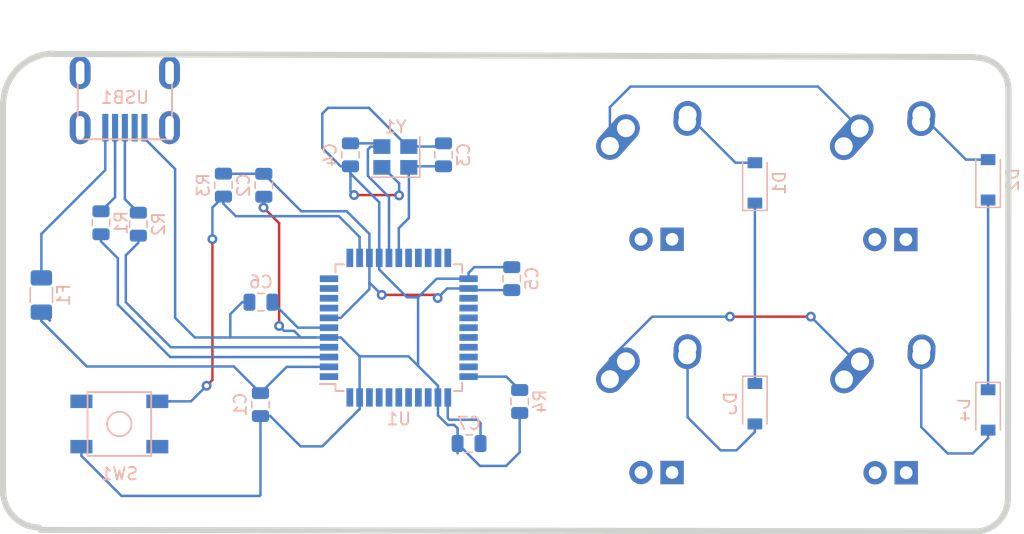
<source format=kicad_pcb>
(kicad_pcb (version 20171130) (host pcbnew "(5.1.2)-1")

  (general
    (thickness 1.6)
    (drawings 8)
    (tracks 199)
    (zones 0)
    (modules 24)
    (nets 57)
  )

  (page A4)
  (layers
    (0 F.Cu signal)
    (31 B.Cu signal)
    (32 B.Adhes user)
    (33 F.Adhes user)
    (34 B.Paste user)
    (35 F.Paste user)
    (36 B.SilkS user)
    (37 F.SilkS user)
    (38 B.Mask user)
    (39 F.Mask user)
    (40 Dwgs.User user)
    (41 Cmts.User user)
    (42 Eco1.User user)
    (43 Eco2.User user)
    (44 Edge.Cuts user)
    (45 Margin user)
    (46 B.CrtYd user)
    (47 F.CrtYd user)
    (48 B.Fab user)
    (49 F.Fab user)
  )

  (setup
    (last_trace_width 0.2032)
    (trace_clearance 0.2)
    (zone_clearance 0.508)
    (zone_45_only no)
    (trace_min 0.2)
    (via_size 0.8)
    (via_drill 0.4)
    (via_min_size 0.4)
    (via_min_drill 0.3)
    (uvia_size 0.3)
    (uvia_drill 0.1)
    (uvias_allowed no)
    (uvia_min_size 0.2)
    (uvia_min_drill 0.1)
    (edge_width 0.05)
    (segment_width 0.2)
    (pcb_text_width 0.3)
    (pcb_text_size 1.5 1.5)
    (mod_edge_width 0.12)
    (mod_text_size 1 1)
    (mod_text_width 0.15)
    (pad_size 1.4 1.2)
    (pad_drill 0)
    (pad_to_mask_clearance 0.051)
    (solder_mask_min_width 0.25)
    (aux_axis_origin 0 0)
    (visible_elements 7FFFFFFF)
    (pcbplotparams
      (layerselection 0x010fc_ffffffff)
      (usegerberextensions false)
      (usegerberattributes false)
      (usegerberadvancedattributes false)
      (creategerberjobfile false)
      (excludeedgelayer true)
      (linewidth 0.100000)
      (plotframeref false)
      (viasonmask false)
      (mode 1)
      (useauxorigin false)
      (hpglpennumber 1)
      (hpglpenspeed 20)
      (hpglpendiameter 15.000000)
      (psnegative false)
      (psa4output false)
      (plotreference true)
      (plotvalue true)
      (plotinvisibletext false)
      (padsonsilk false)
      (subtractmaskfromsilk false)
      (outputformat 1)
      (mirror false)
      (drillshape 1)
      (scaleselection 1)
      (outputdirectory ""))
  )

  (net 0 "")
  (net 1 +5V)
  (net 2 GND)
  (net 3 "Net-(C3-Pad1)")
  (net 4 "Net-(C4-Pad1)")
  (net 5 "Net-(C6-Pad1)")
  (net 6 ROW0)
  (net 7 "Net-(D1-Pad2)")
  (net 8 "Net-(D2-Pad2)")
  (net 9 ROW1)
  (net 10 "Net-(D3-Pad2)")
  (net 11 "Net-(D4-Pad2)")
  (net 12 VCC)
  (net 13 "Net-(MX1-Pad4)")
  (net 14 "Net-(MX1-Pad3)")
  (net 15 COL0)
  (net 16 "Net-(MX2-Pad4)")
  (net 17 "Net-(MX2-Pad3)")
  (net 18 COL1)
  (net 19 "Net-(MX3-Pad3)")
  (net 20 "Net-(MX3-Pad4)")
  (net 21 "Net-(MX4-Pad3)")
  (net 22 "Net-(MX4-Pad4)")
  (net 23 D-)
  (net 24 "Net-(R1-Pad1)")
  (net 25 "Net-(R2-Pad1)")
  (net 26 D+)
  (net 27 "Net-(R3-Pad2)")
  (net 28 "Net-(R4-Pad2)")
  (net 29 "Net-(U1-Pad1)")
  (net 30 "Net-(U1-Pad8)")
  (net 31 "Net-(U1-Pad9)")
  (net 32 "Net-(U1-Pad10)")
  (net 33 "Net-(U1-Pad11)")
  (net 34 "Net-(U1-Pad12)")
  (net 35 "Net-(U1-Pad18)")
  (net 36 "Net-(U1-Pad19)")
  (net 37 "Net-(U1-Pad20)")
  (net 38 "Net-(U1-Pad21)")
  (net 39 "Net-(U1-Pad22)")
  (net 40 "Net-(U1-Pad25)")
  (net 41 "Net-(U1-Pad26)")
  (net 42 "Net-(U1-Pad27)")
  (net 43 "Net-(U1-Pad28)")
  (net 44 "Net-(U1-Pad29)")
  (net 45 "Net-(U1-Pad30)")
  (net 46 "Net-(U1-Pad31)")
  (net 47 "Net-(U1-Pad32)")
  (net 48 "Net-(U1-Pad36)")
  (net 49 "Net-(U1-Pad37)")
  (net 50 "Net-(U1-Pad38)")
  (net 51 "Net-(U1-Pad39)")
  (net 52 "Net-(U1-Pad40)")
  (net 53 "Net-(U1-Pad41)")
  (net 54 "Net-(U1-Pad42)")
  (net 55 "Net-(USB1-Pad2)")
  (net 56 "Net-(USB1-Pad6)")

  (net_class Default "This is the default net class."
    (clearance 0.2)
    (trace_width 0.2032)
    (via_dia 0.8)
    (via_drill 0.4)
    (uvia_dia 0.3)
    (uvia_drill 0.1)
    (add_net +5V)
    (add_net COL0)
    (add_net COL1)
    (add_net D+)
    (add_net D-)
    (add_net GND)
    (add_net "Net-(C3-Pad1)")
    (add_net "Net-(C4-Pad1)")
    (add_net "Net-(C6-Pad1)")
    (add_net "Net-(D1-Pad2)")
    (add_net "Net-(D2-Pad2)")
    (add_net "Net-(D3-Pad2)")
    (add_net "Net-(D4-Pad2)")
    (add_net "Net-(MX1-Pad3)")
    (add_net "Net-(MX1-Pad4)")
    (add_net "Net-(MX2-Pad3)")
    (add_net "Net-(MX2-Pad4)")
    (add_net "Net-(MX3-Pad3)")
    (add_net "Net-(MX3-Pad4)")
    (add_net "Net-(MX4-Pad3)")
    (add_net "Net-(MX4-Pad4)")
    (add_net "Net-(R1-Pad1)")
    (add_net "Net-(R2-Pad1)")
    (add_net "Net-(R3-Pad2)")
    (add_net "Net-(R4-Pad2)")
    (add_net "Net-(U1-Pad1)")
    (add_net "Net-(U1-Pad10)")
    (add_net "Net-(U1-Pad11)")
    (add_net "Net-(U1-Pad12)")
    (add_net "Net-(U1-Pad18)")
    (add_net "Net-(U1-Pad19)")
    (add_net "Net-(U1-Pad20)")
    (add_net "Net-(U1-Pad21)")
    (add_net "Net-(U1-Pad22)")
    (add_net "Net-(U1-Pad25)")
    (add_net "Net-(U1-Pad26)")
    (add_net "Net-(U1-Pad27)")
    (add_net "Net-(U1-Pad28)")
    (add_net "Net-(U1-Pad29)")
    (add_net "Net-(U1-Pad30)")
    (add_net "Net-(U1-Pad31)")
    (add_net "Net-(U1-Pad32)")
    (add_net "Net-(U1-Pad36)")
    (add_net "Net-(U1-Pad37)")
    (add_net "Net-(U1-Pad38)")
    (add_net "Net-(U1-Pad39)")
    (add_net "Net-(U1-Pad40)")
    (add_net "Net-(U1-Pad41)")
    (add_net "Net-(U1-Pad42)")
    (add_net "Net-(U1-Pad8)")
    (add_net "Net-(U1-Pad9)")
    (add_net "Net-(USB1-Pad2)")
    (add_net "Net-(USB1-Pad6)")
    (add_net ROW0)
    (add_net ROW1)
    (add_net VCC)
  )

  (net_class Power ""
    (clearance 0.2)
    (trace_width 0.2032)
    (via_dia 0.8)
    (via_drill 0.4)
    (uvia_dia 0.3)
    (uvia_drill 0.1)
  )

  (module Capacitor_SMD:C_0805_2012Metric (layer B.Cu) (tedit 5B36C52B) (tstamp 5CE88738)
    (at 65.3 81.725 270)
    (descr "Capacitor SMD 0805 (2012 Metric), square (rectangular) end terminal, IPC_7351 nominal, (Body size source: https://docs.google.com/spreadsheets/d/1BsfQQcO9C6DZCsRaXUlFlo91Tg2WpOkGARC1WS5S8t0/edit?usp=sharing), generated with kicad-footprint-generator")
    (tags capacitor)
    (path /5CEA9377)
    (attr smd)
    (fp_text reference C2 (at 0 1.65 270) (layer B.SilkS)
      (effects (font (size 1 1) (thickness 0.15)) (justify mirror))
    )
    (fp_text value 0.1uF (at 0 -1.65 270) (layer B.Fab)
      (effects (font (size 1 1) (thickness 0.15)) (justify mirror))
    )
    (fp_text user %R (at 0 0 270) (layer B.Fab)
      (effects (font (size 0.5 0.5) (thickness 0.08)) (justify mirror))
    )
    (fp_line (start 1.68 -0.95) (end -1.68 -0.95) (layer B.CrtYd) (width 0.05))
    (fp_line (start 1.68 0.95) (end 1.68 -0.95) (layer B.CrtYd) (width 0.05))
    (fp_line (start -1.68 0.95) (end 1.68 0.95) (layer B.CrtYd) (width 0.05))
    (fp_line (start -1.68 -0.95) (end -1.68 0.95) (layer B.CrtYd) (width 0.05))
    (fp_line (start -0.258578 -0.71) (end 0.258578 -0.71) (layer B.SilkS) (width 0.12))
    (fp_line (start -0.258578 0.71) (end 0.258578 0.71) (layer B.SilkS) (width 0.12))
    (fp_line (start 1 -0.6) (end -1 -0.6) (layer B.Fab) (width 0.1))
    (fp_line (start 1 0.6) (end 1 -0.6) (layer B.Fab) (width 0.1))
    (fp_line (start -1 0.6) (end 1 0.6) (layer B.Fab) (width 0.1))
    (fp_line (start -1 -0.6) (end -1 0.6) (layer B.Fab) (width 0.1))
    (pad 2 smd roundrect (at 0.9375 0 270) (size 0.975 1.4) (layers B.Cu B.Paste B.Mask) (roundrect_rratio 0.25)
      (net 2 GND))
    (pad 1 smd roundrect (at -0.9375 0 270) (size 0.975 1.4) (layers B.Cu B.Paste B.Mask) (roundrect_rratio 0.25)
      (net 1 +5V))
    (model ${KISYS3DMOD}/Capacitor_SMD.3dshapes/C_0805_2012Metric.wrl
      (at (xyz 0 0 0))
      (scale (xyz 1 1 1))
      (rotate (xyz 0 0 0))
    )
  )

  (module Capacitor_SMD:C_0805_2012Metric (layer B.Cu) (tedit 5B36C52B) (tstamp 5CE88727)
    (at 65.025 99.6375 270)
    (descr "Capacitor SMD 0805 (2012 Metric), square (rectangular) end terminal, IPC_7351 nominal, (Body size source: https://docs.google.com/spreadsheets/d/1BsfQQcO9C6DZCsRaXUlFlo91Tg2WpOkGARC1WS5S8t0/edit?usp=sharing), generated with kicad-footprint-generator")
    (tags capacitor)
    (path /5CEAA989)
    (attr smd)
    (fp_text reference C1 (at 0 1.65 270) (layer B.SilkS)
      (effects (font (size 1 1) (thickness 0.15)) (justify mirror))
    )
    (fp_text value 0.1uF (at 0 -1.65 270) (layer B.Fab)
      (effects (font (size 1 1) (thickness 0.15)) (justify mirror))
    )
    (fp_line (start -1 -0.6) (end -1 0.6) (layer B.Fab) (width 0.1))
    (fp_line (start -1 0.6) (end 1 0.6) (layer B.Fab) (width 0.1))
    (fp_line (start 1 0.6) (end 1 -0.6) (layer B.Fab) (width 0.1))
    (fp_line (start 1 -0.6) (end -1 -0.6) (layer B.Fab) (width 0.1))
    (fp_line (start -0.258578 0.71) (end 0.258578 0.71) (layer B.SilkS) (width 0.12))
    (fp_line (start -0.258578 -0.71) (end 0.258578 -0.71) (layer B.SilkS) (width 0.12))
    (fp_line (start -1.68 -0.95) (end -1.68 0.95) (layer B.CrtYd) (width 0.05))
    (fp_line (start -1.68 0.95) (end 1.68 0.95) (layer B.CrtYd) (width 0.05))
    (fp_line (start 1.68 0.95) (end 1.68 -0.95) (layer B.CrtYd) (width 0.05))
    (fp_line (start 1.68 -0.95) (end -1.68 -0.95) (layer B.CrtYd) (width 0.05))
    (fp_text user %R (at 0 0 270) (layer B.Fab)
      (effects (font (size 0.5 0.5) (thickness 0.08)) (justify mirror))
    )
    (pad 1 smd roundrect (at -0.9375 0 270) (size 0.975 1.4) (layers B.Cu B.Paste B.Mask) (roundrect_rratio 0.25)
      (net 1 +5V))
    (pad 2 smd roundrect (at 0.9375 0 270) (size 0.975 1.4) (layers B.Cu B.Paste B.Mask) (roundrect_rratio 0.25)
      (net 2 GND))
    (model ${KISYS3DMOD}/Capacitor_SMD.3dshapes/C_0805_2012Metric.wrl
      (at (xyz 0 0 0))
      (scale (xyz 1 1 1))
      (rotate (xyz 0 0 0))
    )
  )

  (module Capacitor_SMD:C_0805_2012Metric (layer B.Cu) (tedit 5B36C52B) (tstamp 5CE88749)
    (at 79.975 79.2375 90)
    (descr "Capacitor SMD 0805 (2012 Metric), square (rectangular) end terminal, IPC_7351 nominal, (Body size source: https://docs.google.com/spreadsheets/d/1BsfQQcO9C6DZCsRaXUlFlo91Tg2WpOkGARC1WS5S8t0/edit?usp=sharing), generated with kicad-footprint-generator")
    (tags capacitor)
    (path /5CEB78D7)
    (attr smd)
    (fp_text reference C3 (at 0 1.65 270) (layer B.SilkS)
      (effects (font (size 1 1) (thickness 0.15)) (justify mirror))
    )
    (fp_text value 22pF (at 0 -1.65 270) (layer B.Fab)
      (effects (font (size 1 1) (thickness 0.15)) (justify mirror))
    )
    (fp_text user %R (at 0 0 270) (layer B.Fab)
      (effects (font (size 0.5 0.5) (thickness 0.08)) (justify mirror))
    )
    (fp_line (start 1.68 -0.95) (end -1.68 -0.95) (layer B.CrtYd) (width 0.05))
    (fp_line (start 1.68 0.95) (end 1.68 -0.95) (layer B.CrtYd) (width 0.05))
    (fp_line (start -1.68 0.95) (end 1.68 0.95) (layer B.CrtYd) (width 0.05))
    (fp_line (start -1.68 -0.95) (end -1.68 0.95) (layer B.CrtYd) (width 0.05))
    (fp_line (start -0.258578 -0.71) (end 0.258578 -0.71) (layer B.SilkS) (width 0.12))
    (fp_line (start -0.258578 0.71) (end 0.258578 0.71) (layer B.SilkS) (width 0.12))
    (fp_line (start 1 -0.6) (end -1 -0.6) (layer B.Fab) (width 0.1))
    (fp_line (start 1 0.6) (end 1 -0.6) (layer B.Fab) (width 0.1))
    (fp_line (start -1 0.6) (end 1 0.6) (layer B.Fab) (width 0.1))
    (fp_line (start -1 -0.6) (end -1 0.6) (layer B.Fab) (width 0.1))
    (pad 2 smd roundrect (at 0.9375 0 90) (size 0.975 1.4) (layers B.Cu B.Paste B.Mask) (roundrect_rratio 0.25)
      (net 2 GND))
    (pad 1 smd roundrect (at -0.9375 0 90) (size 0.975 1.4) (layers B.Cu B.Paste B.Mask) (roundrect_rratio 0.25)
      (net 3 "Net-(C3-Pad1)"))
    (model ${KISYS3DMOD}/Capacitor_SMD.3dshapes/C_0805_2012Metric.wrl
      (at (xyz 0 0 0))
      (scale (xyz 1 1 1))
      (rotate (xyz 0 0 0))
    )
  )

  (module Capacitor_SMD:C_0805_2012Metric (layer B.Cu) (tedit 5B36C52B) (tstamp 5CE8C4D4)
    (at 72.375 79.2375 270)
    (descr "Capacitor SMD 0805 (2012 Metric), square (rectangular) end terminal, IPC_7351 nominal, (Body size source: https://docs.google.com/spreadsheets/d/1BsfQQcO9C6DZCsRaXUlFlo91Tg2WpOkGARC1WS5S8t0/edit?usp=sharing), generated with kicad-footprint-generator")
    (tags capacitor)
    (path /5CEB8611)
    (attr smd)
    (fp_text reference C4 (at 0 1.65 270) (layer B.SilkS)
      (effects (font (size 1 1) (thickness 0.15)) (justify mirror))
    )
    (fp_text value 22pF (at 0 -1.65 270) (layer B.Fab)
      (effects (font (size 1 1) (thickness 0.15)) (justify mirror))
    )
    (fp_line (start -1 -0.6) (end -1 0.6) (layer B.Fab) (width 0.1))
    (fp_line (start -1 0.6) (end 1 0.6) (layer B.Fab) (width 0.1))
    (fp_line (start 1 0.6) (end 1 -0.6) (layer B.Fab) (width 0.1))
    (fp_line (start 1 -0.6) (end -1 -0.6) (layer B.Fab) (width 0.1))
    (fp_line (start -0.258578 0.71) (end 0.258578 0.71) (layer B.SilkS) (width 0.12))
    (fp_line (start -0.258578 -0.71) (end 0.258578 -0.71) (layer B.SilkS) (width 0.12))
    (fp_line (start -1.68 -0.95) (end -1.68 0.95) (layer B.CrtYd) (width 0.05))
    (fp_line (start -1.68 0.95) (end 1.68 0.95) (layer B.CrtYd) (width 0.05))
    (fp_line (start 1.68 0.95) (end 1.68 -0.95) (layer B.CrtYd) (width 0.05))
    (fp_line (start 1.68 -0.95) (end -1.68 -0.95) (layer B.CrtYd) (width 0.05))
    (fp_text user %R (at 0 0 270) (layer B.Fab)
      (effects (font (size 0.5 0.5) (thickness 0.08)) (justify mirror))
    )
    (pad 1 smd roundrect (at -0.9375 0 270) (size 0.975 1.4) (layers B.Cu B.Paste B.Mask) (roundrect_rratio 0.25)
      (net 4 "Net-(C4-Pad1)"))
    (pad 2 smd roundrect (at 0.9375 0 270) (size 0.975 1.4) (layers B.Cu B.Paste B.Mask) (roundrect_rratio 0.25)
      (net 2 GND))
    (model ${KISYS3DMOD}/Capacitor_SMD.3dshapes/C_0805_2012Metric.wrl
      (at (xyz 0 0 0))
      (scale (xyz 1 1 1))
      (rotate (xyz 0 0 0))
    )
  )

  (module Capacitor_SMD:C_0805_2012Metric (layer B.Cu) (tedit 5B36C52B) (tstamp 5CE8876B)
    (at 85.55 89.35 90)
    (descr "Capacitor SMD 0805 (2012 Metric), square (rectangular) end terminal, IPC_7351 nominal, (Body size source: https://docs.google.com/spreadsheets/d/1BsfQQcO9C6DZCsRaXUlFlo91Tg2WpOkGARC1WS5S8t0/edit?usp=sharing), generated with kicad-footprint-generator")
    (tags capacitor)
    (path /5CEA9C1D)
    (attr smd)
    (fp_text reference C5 (at 0 1.65 90) (layer B.SilkS)
      (effects (font (size 1 1) (thickness 0.15)) (justify mirror))
    )
    (fp_text value 0.1uF (at 0 -1.65 90) (layer B.Fab)
      (effects (font (size 1 1) (thickness 0.15)) (justify mirror))
    )
    (fp_line (start -1 -0.6) (end -1 0.6) (layer B.Fab) (width 0.1))
    (fp_line (start -1 0.6) (end 1 0.6) (layer B.Fab) (width 0.1))
    (fp_line (start 1 0.6) (end 1 -0.6) (layer B.Fab) (width 0.1))
    (fp_line (start 1 -0.6) (end -1 -0.6) (layer B.Fab) (width 0.1))
    (fp_line (start -0.258578 0.71) (end 0.258578 0.71) (layer B.SilkS) (width 0.12))
    (fp_line (start -0.258578 -0.71) (end 0.258578 -0.71) (layer B.SilkS) (width 0.12))
    (fp_line (start -1.68 -0.95) (end -1.68 0.95) (layer B.CrtYd) (width 0.05))
    (fp_line (start -1.68 0.95) (end 1.68 0.95) (layer B.CrtYd) (width 0.05))
    (fp_line (start 1.68 0.95) (end 1.68 -0.95) (layer B.CrtYd) (width 0.05))
    (fp_line (start 1.68 -0.95) (end -1.68 -0.95) (layer B.CrtYd) (width 0.05))
    (fp_text user %R (at 0 0 90) (layer B.Fab)
      (effects (font (size 0.5 0.5) (thickness 0.08)) (justify mirror))
    )
    (pad 1 smd roundrect (at -0.9375 0 90) (size 0.975 1.4) (layers B.Cu B.Paste B.Mask) (roundrect_rratio 0.25)
      (net 1 +5V))
    (pad 2 smd roundrect (at 0.9375 0 90) (size 0.975 1.4) (layers B.Cu B.Paste B.Mask) (roundrect_rratio 0.25)
      (net 2 GND))
    (model ${KISYS3DMOD}/Capacitor_SMD.3dshapes/C_0805_2012Metric.wrl
      (at (xyz 0 0 0))
      (scale (xyz 1 1 1))
      (rotate (xyz 0 0 0))
    )
  )

  (module Capacitor_SMD:C_0805_2012Metric (layer B.Cu) (tedit 5B36C52B) (tstamp 5CE8877C)
    (at 65.0625 91.275 180)
    (descr "Capacitor SMD 0805 (2012 Metric), square (rectangular) end terminal, IPC_7351 nominal, (Body size source: https://docs.google.com/spreadsheets/d/1BsfQQcO9C6DZCsRaXUlFlo91Tg2WpOkGARC1WS5S8t0/edit?usp=sharing), generated with kicad-footprint-generator")
    (tags capacitor)
    (path /5CEA5398)
    (attr smd)
    (fp_text reference C6 (at 0 1.65) (layer B.SilkS)
      (effects (font (size 1 1) (thickness 0.15)) (justify mirror))
    )
    (fp_text value 1uF (at 0 -1.65) (layer B.Fab)
      (effects (font (size 1 1) (thickness 0.15)) (justify mirror))
    )
    (fp_line (start -1 -0.6) (end -1 0.6) (layer B.Fab) (width 0.1))
    (fp_line (start -1 0.6) (end 1 0.6) (layer B.Fab) (width 0.1))
    (fp_line (start 1 0.6) (end 1 -0.6) (layer B.Fab) (width 0.1))
    (fp_line (start 1 -0.6) (end -1 -0.6) (layer B.Fab) (width 0.1))
    (fp_line (start -0.258578 0.71) (end 0.258578 0.71) (layer B.SilkS) (width 0.12))
    (fp_line (start -0.258578 -0.71) (end 0.258578 -0.71) (layer B.SilkS) (width 0.12))
    (fp_line (start -1.68 -0.95) (end -1.68 0.95) (layer B.CrtYd) (width 0.05))
    (fp_line (start -1.68 0.95) (end 1.68 0.95) (layer B.CrtYd) (width 0.05))
    (fp_line (start 1.68 0.95) (end 1.68 -0.95) (layer B.CrtYd) (width 0.05))
    (fp_line (start 1.68 -0.95) (end -1.68 -0.95) (layer B.CrtYd) (width 0.05))
    (fp_text user %R (at 0 0) (layer B.Fab)
      (effects (font (size 0.5 0.5) (thickness 0.08)) (justify mirror))
    )
    (pad 1 smd roundrect (at -0.9375 0 180) (size 0.975 1.4) (layers B.Cu B.Paste B.Mask) (roundrect_rratio 0.25)
      (net 5 "Net-(C6-Pad1)"))
    (pad 2 smd roundrect (at 0.9375 0 180) (size 0.975 1.4) (layers B.Cu B.Paste B.Mask) (roundrect_rratio 0.25)
      (net 2 GND))
    (model ${KISYS3DMOD}/Capacitor_SMD.3dshapes/C_0805_2012Metric.wrl
      (at (xyz 0 0 0))
      (scale (xyz 1 1 1))
      (rotate (xyz 0 0 0))
    )
  )

  (module Capacitor_SMD:C_0805_2012Metric (layer B.Cu) (tedit 5B36C52B) (tstamp 5CE8878D)
    (at 82.0625 102.825 180)
    (descr "Capacitor SMD 0805 (2012 Metric), square (rectangular) end terminal, IPC_7351 nominal, (Body size source: https://docs.google.com/spreadsheets/d/1BsfQQcO9C6DZCsRaXUlFlo91Tg2WpOkGARC1WS5S8t0/edit?usp=sharing), generated with kicad-footprint-generator")
    (tags capacitor)
    (path /5CEAA3BA)
    (attr smd)
    (fp_text reference C7 (at 0 1.65 180) (layer B.SilkS)
      (effects (font (size 1 1) (thickness 0.15)) (justify mirror))
    )
    (fp_text value 0.1uF (at 0 -1.65 180) (layer B.Fab)
      (effects (font (size 1 1) (thickness 0.15)) (justify mirror))
    )
    (fp_text user %R (at 1.1915 -0.127 180) (layer B.Fab)
      (effects (font (size 0.5 0.5) (thickness 0.08)) (justify mirror))
    )
    (fp_line (start 1.68 -0.95) (end -1.68 -0.95) (layer B.CrtYd) (width 0.05))
    (fp_line (start 1.68 0.95) (end 1.68 -0.95) (layer B.CrtYd) (width 0.05))
    (fp_line (start -1.68 0.95) (end 1.68 0.95) (layer B.CrtYd) (width 0.05))
    (fp_line (start -1.68 -0.95) (end -1.68 0.95) (layer B.CrtYd) (width 0.05))
    (fp_line (start -0.258578 -0.71) (end 0.258578 -0.71) (layer B.SilkS) (width 0.12))
    (fp_line (start -0.258578 0.71) (end 0.258578 0.71) (layer B.SilkS) (width 0.12))
    (fp_line (start 1 -0.6) (end -1 -0.6) (layer B.Fab) (width 0.1))
    (fp_line (start 1 0.6) (end 1 -0.6) (layer B.Fab) (width 0.1))
    (fp_line (start -1 0.6) (end 1 0.6) (layer B.Fab) (width 0.1))
    (fp_line (start -1 -0.6) (end -1 0.6) (layer B.Fab) (width 0.1))
    (pad 2 smd roundrect (at 0.9375 0 180) (size 0.975 1.4) (layers B.Cu B.Paste B.Mask) (roundrect_rratio 0.25)
      (net 2 GND))
    (pad 1 smd roundrect (at -0.9375 0 180) (size 0.975 1.4) (layers B.Cu B.Paste B.Mask) (roundrect_rratio 0.25)
      (net 1 +5V))
    (model ${KISYS3DMOD}/Capacitor_SMD.3dshapes/C_0805_2012Metric.wrl
      (at (xyz 0 0 0))
      (scale (xyz 1 1 1))
      (rotate (xyz 0 0 0))
    )
  )

  (module Diode_SMD:D_SOD-123 (layer B.Cu) (tedit 58645DC7) (tstamp 5CE887A6)
    (at 105.41 81.534 90)
    (descr SOD-123)
    (tags SOD-123)
    (path /5CF07080)
    (attr smd)
    (fp_text reference D1 (at 0 2 270) (layer B.SilkS)
      (effects (font (size 1 1) (thickness 0.15)) (justify mirror))
    )
    (fp_text value D_Small (at 0 -2.1 270) (layer B.Fab)
      (effects (font (size 1 1) (thickness 0.15)) (justify mirror))
    )
    (fp_text user %R (at 0 2 270) (layer B.Fab)
      (effects (font (size 1 1) (thickness 0.15)) (justify mirror))
    )
    (fp_line (start -2.25 1) (end -2.25 -1) (layer B.SilkS) (width 0.12))
    (fp_line (start 0.25 0) (end 0.75 0) (layer B.Fab) (width 0.1))
    (fp_line (start 0.25 -0.4) (end -0.35 0) (layer B.Fab) (width 0.1))
    (fp_line (start 0.25 0.4) (end 0.25 -0.4) (layer B.Fab) (width 0.1))
    (fp_line (start -0.35 0) (end 0.25 0.4) (layer B.Fab) (width 0.1))
    (fp_line (start -0.35 0) (end -0.35 -0.55) (layer B.Fab) (width 0.1))
    (fp_line (start -0.35 0) (end -0.35 0.55) (layer B.Fab) (width 0.1))
    (fp_line (start -0.75 0) (end -0.35 0) (layer B.Fab) (width 0.1))
    (fp_line (start -1.4 -0.9) (end -1.4 0.9) (layer B.Fab) (width 0.1))
    (fp_line (start 1.4 -0.9) (end -1.4 -0.9) (layer B.Fab) (width 0.1))
    (fp_line (start 1.4 0.9) (end 1.4 -0.9) (layer B.Fab) (width 0.1))
    (fp_line (start -1.4 0.9) (end 1.4 0.9) (layer B.Fab) (width 0.1))
    (fp_line (start -2.35 1.15) (end 2.35 1.15) (layer B.CrtYd) (width 0.05))
    (fp_line (start 2.35 1.15) (end 2.35 -1.15) (layer B.CrtYd) (width 0.05))
    (fp_line (start 2.35 -1.15) (end -2.35 -1.15) (layer B.CrtYd) (width 0.05))
    (fp_line (start -2.35 1.15) (end -2.35 -1.15) (layer B.CrtYd) (width 0.05))
    (fp_line (start -2.25 -1) (end 1.65 -1) (layer B.SilkS) (width 0.12))
    (fp_line (start -2.25 1) (end 1.65 1) (layer B.SilkS) (width 0.12))
    (pad 1 smd rect (at -1.65 0 90) (size 0.9 1.2) (layers B.Cu B.Paste B.Mask)
      (net 6 ROW0))
    (pad 2 smd rect (at 1.65 0 90) (size 0.9 1.2) (layers B.Cu B.Paste B.Mask)
      (net 7 "Net-(D1-Pad2)"))
    (model ${KISYS3DMOD}/Diode_SMD.3dshapes/D_SOD-123.wrl
      (at (xyz 0 0 0))
      (scale (xyz 1 1 1))
      (rotate (xyz 0 0 0))
    )
  )

  (module Diode_SMD:D_SOD-123 (layer B.Cu) (tedit 58645DC7) (tstamp 5CE887BF)
    (at 124.46 81.28 90)
    (descr SOD-123)
    (tags SOD-123)
    (path /5CF103E0)
    (attr smd)
    (fp_text reference D2 (at 0 2 270) (layer B.SilkS)
      (effects (font (size 1 1) (thickness 0.15)) (justify mirror))
    )
    (fp_text value D_Small (at 0 -2.1 270) (layer B.Fab)
      (effects (font (size 1 1) (thickness 0.15)) (justify mirror))
    )
    (fp_line (start -2.25 1) (end 1.65 1) (layer B.SilkS) (width 0.12))
    (fp_line (start -2.25 -1) (end 1.65 -1) (layer B.SilkS) (width 0.12))
    (fp_line (start -2.35 1.15) (end -2.35 -1.15) (layer B.CrtYd) (width 0.05))
    (fp_line (start 2.35 -1.15) (end -2.35 -1.15) (layer B.CrtYd) (width 0.05))
    (fp_line (start 2.35 1.15) (end 2.35 -1.15) (layer B.CrtYd) (width 0.05))
    (fp_line (start -2.35 1.15) (end 2.35 1.15) (layer B.CrtYd) (width 0.05))
    (fp_line (start -1.4 0.9) (end 1.4 0.9) (layer B.Fab) (width 0.1))
    (fp_line (start 1.4 0.9) (end 1.4 -0.9) (layer B.Fab) (width 0.1))
    (fp_line (start 1.4 -0.9) (end -1.4 -0.9) (layer B.Fab) (width 0.1))
    (fp_line (start -1.4 -0.9) (end -1.4 0.9) (layer B.Fab) (width 0.1))
    (fp_line (start -0.75 0) (end -0.35 0) (layer B.Fab) (width 0.1))
    (fp_line (start -0.35 0) (end -0.35 0.55) (layer B.Fab) (width 0.1))
    (fp_line (start -0.35 0) (end -0.35 -0.55) (layer B.Fab) (width 0.1))
    (fp_line (start -0.35 0) (end 0.25 0.4) (layer B.Fab) (width 0.1))
    (fp_line (start 0.25 0.4) (end 0.25 -0.4) (layer B.Fab) (width 0.1))
    (fp_line (start 0.25 -0.4) (end -0.35 0) (layer B.Fab) (width 0.1))
    (fp_line (start 0.25 0) (end 0.75 0) (layer B.Fab) (width 0.1))
    (fp_line (start -2.25 1) (end -2.25 -1) (layer B.SilkS) (width 0.12))
    (fp_text user %R (at 0 2 270) (layer B.Fab)
      (effects (font (size 1 1) (thickness 0.15)) (justify mirror))
    )
    (pad 2 smd rect (at 1.65 0 90) (size 0.9 1.2) (layers B.Cu B.Paste B.Mask)
      (net 8 "Net-(D2-Pad2)"))
    (pad 1 smd rect (at -1.65 0 90) (size 0.9 1.2) (layers B.Cu B.Paste B.Mask)
      (net 9 ROW1))
    (model ${KISYS3DMOD}/Diode_SMD.3dshapes/D_SOD-123.wrl
      (at (xyz 0 0 0))
      (scale (xyz 1 1 1))
      (rotate (xyz 0 0 0))
    )
  )

  (module Diode_SMD:D_SOD-123 (layer B.Cu) (tedit 58645DC7) (tstamp 5CE887D8)
    (at 105.41 99.568 270)
    (descr SOD-123)
    (tags SOD-123)
    (path /5CF1178D)
    (attr smd)
    (fp_text reference D3 (at 0 2 270) (layer B.SilkS)
      (effects (font (size 1 1) (thickness 0.15)) (justify mirror))
    )
    (fp_text value D_Small (at 0 -2.1 270) (layer B.Fab)
      (effects (font (size 1 1) (thickness 0.15)) (justify mirror))
    )
    (fp_text user %R (at 0 2 270) (layer B.Fab)
      (effects (font (size 1 1) (thickness 0.15)) (justify mirror))
    )
    (fp_line (start -2.25 1) (end -2.25 -1) (layer B.SilkS) (width 0.12))
    (fp_line (start 0.25 0) (end 0.75 0) (layer B.Fab) (width 0.1))
    (fp_line (start 0.25 -0.4) (end -0.35 0) (layer B.Fab) (width 0.1))
    (fp_line (start 0.25 0.4) (end 0.25 -0.4) (layer B.Fab) (width 0.1))
    (fp_line (start -0.35 0) (end 0.25 0.4) (layer B.Fab) (width 0.1))
    (fp_line (start -0.35 0) (end -0.35 -0.55) (layer B.Fab) (width 0.1))
    (fp_line (start -0.35 0) (end -0.35 0.55) (layer B.Fab) (width 0.1))
    (fp_line (start -0.75 0) (end -0.35 0) (layer B.Fab) (width 0.1))
    (fp_line (start -1.4 -0.9) (end -1.4 0.9) (layer B.Fab) (width 0.1))
    (fp_line (start 1.4 -0.9) (end -1.4 -0.9) (layer B.Fab) (width 0.1))
    (fp_line (start 1.4 0.9) (end 1.4 -0.9) (layer B.Fab) (width 0.1))
    (fp_line (start -1.4 0.9) (end 1.4 0.9) (layer B.Fab) (width 0.1))
    (fp_line (start -2.35 1.15) (end 2.35 1.15) (layer B.CrtYd) (width 0.05))
    (fp_line (start 2.35 1.15) (end 2.35 -1.15) (layer B.CrtYd) (width 0.05))
    (fp_line (start 2.35 -1.15) (end -2.35 -1.15) (layer B.CrtYd) (width 0.05))
    (fp_line (start -2.35 1.15) (end -2.35 -1.15) (layer B.CrtYd) (width 0.05))
    (fp_line (start -2.25 -1) (end 1.65 -1) (layer B.SilkS) (width 0.12))
    (fp_line (start -2.25 1) (end 1.65 1) (layer B.SilkS) (width 0.12))
    (pad 1 smd rect (at -1.65 0 270) (size 0.9 1.2) (layers B.Cu B.Paste B.Mask)
      (net 6 ROW0))
    (pad 2 smd rect (at 1.65 0 270) (size 0.9 1.2) (layers B.Cu B.Paste B.Mask)
      (net 10 "Net-(D3-Pad2)"))
    (model ${KISYS3DMOD}/Diode_SMD.3dshapes/D_SOD-123.wrl
      (at (xyz 0 0 0))
      (scale (xyz 1 1 1))
      (rotate (xyz 0 0 0))
    )
  )

  (module Diode_SMD:D_SOD-123 (layer B.Cu) (tedit 58645DC7) (tstamp 5CE887F1)
    (at 124.46 100.076 270)
    (descr SOD-123)
    (tags SOD-123)
    (path /5CF11025)
    (attr smd)
    (fp_text reference D4 (at 0 2 270) (layer B.SilkS)
      (effects (font (size 1 1) (thickness 0.15)) (justify mirror))
    )
    (fp_text value D_Small (at 0 -2.1 270) (layer B.Fab)
      (effects (font (size 1 1) (thickness 0.15)) (justify mirror))
    )
    (fp_line (start -2.25 1) (end 1.65 1) (layer B.SilkS) (width 0.12))
    (fp_line (start -2.25 -1) (end 1.65 -1) (layer B.SilkS) (width 0.12))
    (fp_line (start -2.35 1.15) (end -2.35 -1.15) (layer B.CrtYd) (width 0.05))
    (fp_line (start 2.35 -1.15) (end -2.35 -1.15) (layer B.CrtYd) (width 0.05))
    (fp_line (start 2.35 1.15) (end 2.35 -1.15) (layer B.CrtYd) (width 0.05))
    (fp_line (start -2.35 1.15) (end 2.35 1.15) (layer B.CrtYd) (width 0.05))
    (fp_line (start -1.4 0.9) (end 1.4 0.9) (layer B.Fab) (width 0.1))
    (fp_line (start 1.4 0.9) (end 1.4 -0.9) (layer B.Fab) (width 0.1))
    (fp_line (start 1.4 -0.9) (end -1.4 -0.9) (layer B.Fab) (width 0.1))
    (fp_line (start -1.4 -0.9) (end -1.4 0.9) (layer B.Fab) (width 0.1))
    (fp_line (start -0.75 0) (end -0.35 0) (layer B.Fab) (width 0.1))
    (fp_line (start -0.35 0) (end -0.35 0.55) (layer B.Fab) (width 0.1))
    (fp_line (start -0.35 0) (end -0.35 -0.55) (layer B.Fab) (width 0.1))
    (fp_line (start -0.35 0) (end 0.25 0.4) (layer B.Fab) (width 0.1))
    (fp_line (start 0.25 0.4) (end 0.25 -0.4) (layer B.Fab) (width 0.1))
    (fp_line (start 0.25 -0.4) (end -0.35 0) (layer B.Fab) (width 0.1))
    (fp_line (start 0.25 0) (end 0.75 0) (layer B.Fab) (width 0.1))
    (fp_line (start -2.25 1) (end -2.25 -1) (layer B.SilkS) (width 0.12))
    (fp_text user %R (at 0 2 270) (layer B.Fab)
      (effects (font (size 1 1) (thickness 0.15)) (justify mirror))
    )
    (pad 2 smd rect (at 1.65 0 270) (size 0.9 1.2) (layers B.Cu B.Paste B.Mask)
      (net 11 "Net-(D4-Pad2)"))
    (pad 1 smd rect (at -1.65 0 270) (size 0.9 1.2) (layers B.Cu B.Paste B.Mask)
      (net 9 ROW1))
    (model ${KISYS3DMOD}/Diode_SMD.3dshapes/D_SOD-123.wrl
      (at (xyz 0 0 0))
      (scale (xyz 1 1 1))
      (rotate (xyz 0 0 0))
    )
  )

  (module Fuse:Fuse_1206_3216Metric (layer B.Cu) (tedit 5B301BBE) (tstamp 5CE88802)
    (at 47.13 90.69 90)
    (descr "Fuse SMD 1206 (3216 Metric), square (rectangular) end terminal, IPC_7351 nominal, (Body size source: http://www.tortai-tech.com/upload/download/2011102023233369053.pdf), generated with kicad-footprint-generator")
    (tags resistor)
    (path /5CEC7C51)
    (attr smd)
    (fp_text reference F1 (at 0 1.82 270) (layer B.SilkS)
      (effects (font (size 1 1) (thickness 0.15)) (justify mirror))
    )
    (fp_text value 500mA (at 0 -1.82 270) (layer B.Fab)
      (effects (font (size 1 1) (thickness 0.15)) (justify mirror))
    )
    (fp_line (start -1.6 -0.8) (end -1.6 0.8) (layer B.Fab) (width 0.1))
    (fp_line (start -1.6 0.8) (end 1.6 0.8) (layer B.Fab) (width 0.1))
    (fp_line (start 1.6 0.8) (end 1.6 -0.8) (layer B.Fab) (width 0.1))
    (fp_line (start 1.6 -0.8) (end -1.6 -0.8) (layer B.Fab) (width 0.1))
    (fp_line (start -0.602064 0.91) (end 0.602064 0.91) (layer B.SilkS) (width 0.12))
    (fp_line (start -0.602064 -0.91) (end 0.602064 -0.91) (layer B.SilkS) (width 0.12))
    (fp_line (start -2.28 -1.12) (end -2.28 1.12) (layer B.CrtYd) (width 0.05))
    (fp_line (start -2.28 1.12) (end 2.28 1.12) (layer B.CrtYd) (width 0.05))
    (fp_line (start 2.28 1.12) (end 2.28 -1.12) (layer B.CrtYd) (width 0.05))
    (fp_line (start 2.28 -1.12) (end -2.28 -1.12) (layer B.CrtYd) (width 0.05))
    (fp_text user %R (at 0 0 270) (layer B.Fab)
      (effects (font (size 0.8 0.8) (thickness 0.12)) (justify mirror))
    )
    (pad 1 smd roundrect (at -1.4 0 90) (size 1.25 1.75) (layers B.Cu B.Paste B.Mask) (roundrect_rratio 0.2)
      (net 1 +5V))
    (pad 2 smd roundrect (at 1.4 0 90) (size 1.25 1.75) (layers B.Cu B.Paste B.Mask) (roundrect_rratio 0.2)
      (net 12 VCC))
    (model ${KISYS3DMOD}/Fuse.3dshapes/Fuse_1206_3216Metric.wrl
      (at (xyz 0 0 0))
      (scale (xyz 1 1 1))
      (rotate (xyz 0 0 0))
    )
  )

  (module MX_Alps_Hybrid:MX-1U (layer F.Cu) (tedit 5A9F3A9A) (tstamp 5CE8881B)
    (at 97.37725 81.05775)
    (path /5CF056DA)
    (fp_text reference MX1 (at 0 3.175) (layer Dwgs.User)
      (effects (font (size 1 1) (thickness 0.15)))
    )
    (fp_text value MX-1U (at 0 -7.9375) (layer Dwgs.User)
      (effects (font (size 1 1) (thickness 0.15)))
    )
    (fp_line (start -9.525 9.525) (end -9.525 -9.525) (layer Dwgs.User) (width 0.15))
    (fp_line (start 9.525 9.525) (end -9.525 9.525) (layer Dwgs.User) (width 0.15))
    (fp_line (start 9.525 -9.525) (end 9.525 9.525) (layer Dwgs.User) (width 0.15))
    (fp_line (start -9.525 -9.525) (end 9.525 -9.525) (layer Dwgs.User) (width 0.15))
    (fp_line (start -7 -7) (end -7 -5) (layer Dwgs.User) (width 0.15))
    (fp_line (start -5 -7) (end -7 -7) (layer Dwgs.User) (width 0.15))
    (fp_line (start -7 7) (end -5 7) (layer Dwgs.User) (width 0.15))
    (fp_line (start -7 5) (end -7 7) (layer Dwgs.User) (width 0.15))
    (fp_line (start 7 7) (end 7 5) (layer Dwgs.User) (width 0.15))
    (fp_line (start 5 7) (end 7 7) (layer Dwgs.User) (width 0.15))
    (fp_line (start 7 -7) (end 7 -5) (layer Dwgs.User) (width 0.15))
    (fp_line (start 5 -7) (end 7 -7) (layer Dwgs.User) (width 0.15))
    (pad "" np_thru_hole circle (at 5.08 0 48.0996) (size 1.75 1.75) (drill 1.75) (layers *.Cu *.Mask))
    (pad "" np_thru_hole circle (at -5.08 0 48.0996) (size 1.75 1.75) (drill 1.75) (layers *.Cu *.Mask))
    (pad 4 thru_hole rect (at 1.27 5.08) (size 1.905 1.905) (drill 1.04) (layers *.Cu B.Mask)
      (net 13 "Net-(MX1-Pad4)"))
    (pad 3 thru_hole circle (at -1.27 5.08) (size 1.905 1.905) (drill 1.04) (layers *.Cu B.Mask)
      (net 14 "Net-(MX1-Pad3)"))
    (pad 1 thru_hole circle (at -2.5 -4) (size 2.25 2.25) (drill 1.47) (layers *.Cu B.Mask)
      (net 15 COL0))
    (pad "" np_thru_hole circle (at 0 0) (size 3.9878 3.9878) (drill 3.9878) (layers *.Cu *.Mask))
    (pad 1 thru_hole oval (at -3.81 -2.54 48.0996) (size 4.211556 2.25) (drill 1.47 (offset 0.980778 0)) (layers *.Cu B.Mask)
      (net 15 COL0))
    (pad 2 thru_hole circle (at 2.54 -5.08) (size 2.25 2.25) (drill 1.47) (layers *.Cu B.Mask)
      (net 7 "Net-(D1-Pad2)"))
    (pad 2 thru_hole oval (at 2.5 -4.5 86.0548) (size 2.831378 2.25) (drill 1.47 (offset 0.290689 0)) (layers *.Cu B.Mask)
      (net 7 "Net-(D1-Pad2)"))
  )

  (module MX_Alps_Hybrid:MX-1U (layer F.Cu) (tedit 5A9F3A9A) (tstamp 5CE88834)
    (at 116.475 81.075)
    (path /5CF0E903)
    (fp_text reference MX2 (at 0 3.175) (layer Dwgs.User)
      (effects (font (size 1 1) (thickness 0.15)))
    )
    (fp_text value MX-1U (at 0 -7.9375) (layer Dwgs.User)
      (effects (font (size 1 1) (thickness 0.15)))
    )
    (fp_line (start -9.525 9.525) (end -9.525 -9.525) (layer Dwgs.User) (width 0.15))
    (fp_line (start 9.525 9.525) (end -9.525 9.525) (layer Dwgs.User) (width 0.15))
    (fp_line (start 9.525 -9.525) (end 9.525 9.525) (layer Dwgs.User) (width 0.15))
    (fp_line (start -9.525 -9.525) (end 9.525 -9.525) (layer Dwgs.User) (width 0.15))
    (fp_line (start -7 -7) (end -7 -5) (layer Dwgs.User) (width 0.15))
    (fp_line (start -5 -7) (end -7 -7) (layer Dwgs.User) (width 0.15))
    (fp_line (start -7 7) (end -5 7) (layer Dwgs.User) (width 0.15))
    (fp_line (start -7 5) (end -7 7) (layer Dwgs.User) (width 0.15))
    (fp_line (start 7 7) (end 7 5) (layer Dwgs.User) (width 0.15))
    (fp_line (start 5 7) (end 7 7) (layer Dwgs.User) (width 0.15))
    (fp_line (start 7 -7) (end 7 -5) (layer Dwgs.User) (width 0.15))
    (fp_line (start 5 -7) (end 7 -7) (layer Dwgs.User) (width 0.15))
    (pad "" np_thru_hole circle (at 5.08 0 48.0996) (size 1.75 1.75) (drill 1.75) (layers *.Cu *.Mask))
    (pad "" np_thru_hole circle (at -5.08 0 48.0996) (size 1.75 1.75) (drill 1.75) (layers *.Cu *.Mask))
    (pad 4 thru_hole rect (at 1.27 5.08) (size 1.905 1.905) (drill 1.04) (layers *.Cu B.Mask)
      (net 16 "Net-(MX2-Pad4)"))
    (pad 3 thru_hole circle (at -1.27 5.08) (size 1.905 1.905) (drill 1.04) (layers *.Cu B.Mask)
      (net 17 "Net-(MX2-Pad3)"))
    (pad 1 thru_hole circle (at -2.5 -4) (size 2.25 2.25) (drill 1.47) (layers *.Cu B.Mask)
      (net 15 COL0))
    (pad "" np_thru_hole circle (at 0 0) (size 3.9878 3.9878) (drill 3.9878) (layers *.Cu *.Mask))
    (pad 1 thru_hole oval (at -3.81 -2.54 48.0996) (size 4.211556 2.25) (drill 1.47 (offset 0.980778 0)) (layers *.Cu B.Mask)
      (net 15 COL0))
    (pad 2 thru_hole circle (at 2.54 -5.08) (size 2.25 2.25) (drill 1.47) (layers *.Cu B.Mask)
      (net 8 "Net-(D2-Pad2)"))
    (pad 2 thru_hole oval (at 2.5 -4.5 86.0548) (size 2.831378 2.25) (drill 1.47 (offset 0.290689 0)) (layers *.Cu B.Mask)
      (net 8 "Net-(D2-Pad2)"))
  )

  (module MX_Alps_Hybrid:MX-1U (layer F.Cu) (tedit 5A9F3A9A) (tstamp 5CE8A3AB)
    (at 97.375 100.10775)
    (path /5CF0DBFB)
    (fp_text reference MX3 (at 0 3.175) (layer Dwgs.User)
      (effects (font (size 1 1) (thickness 0.15)))
    )
    (fp_text value MX-1U (at 0 -7.9375) (layer Dwgs.User)
      (effects (font (size 1 1) (thickness 0.15)))
    )
    (fp_line (start 5 -7) (end 7 -7) (layer Dwgs.User) (width 0.15))
    (fp_line (start 7 -7) (end 7 -5) (layer Dwgs.User) (width 0.15))
    (fp_line (start 5 7) (end 7 7) (layer Dwgs.User) (width 0.15))
    (fp_line (start 7 7) (end 7 5) (layer Dwgs.User) (width 0.15))
    (fp_line (start -7 5) (end -7 7) (layer Dwgs.User) (width 0.15))
    (fp_line (start -7 7) (end -5 7) (layer Dwgs.User) (width 0.15))
    (fp_line (start -5 -7) (end -7 -7) (layer Dwgs.User) (width 0.15))
    (fp_line (start -7 -7) (end -7 -5) (layer Dwgs.User) (width 0.15))
    (fp_line (start -9.525 -9.525) (end 9.525 -9.525) (layer Dwgs.User) (width 0.15))
    (fp_line (start 9.525 -9.525) (end 9.525 9.525) (layer Dwgs.User) (width 0.15))
    (fp_line (start 9.525 9.525) (end -9.525 9.525) (layer Dwgs.User) (width 0.15))
    (fp_line (start -9.525 9.525) (end -9.525 -9.525) (layer Dwgs.User) (width 0.15))
    (pad 2 thru_hole oval (at 2.5 -4.5 86.0548) (size 2.831378 2.25) (drill 1.47 (offset 0.290689 0)) (layers *.Cu B.Mask)
      (net 10 "Net-(D3-Pad2)"))
    (pad 2 thru_hole circle (at 2.54 -5.08) (size 2.25 2.25) (drill 1.47) (layers *.Cu B.Mask)
      (net 10 "Net-(D3-Pad2)"))
    (pad 1 thru_hole oval (at -3.81 -2.54 48.0996) (size 4.211556 2.25) (drill 1.47 (offset 0.980778 0)) (layers *.Cu B.Mask)
      (net 18 COL1))
    (pad "" np_thru_hole circle (at 0 0) (size 3.9878 3.9878) (drill 3.9878) (layers *.Cu *.Mask))
    (pad 1 thru_hole circle (at -2.5 -4) (size 2.25 2.25) (drill 1.47) (layers *.Cu B.Mask)
      (net 18 COL1))
    (pad 3 thru_hole circle (at -1.27 5.08) (size 1.905 1.905) (drill 1.04) (layers *.Cu B.Mask)
      (net 19 "Net-(MX3-Pad3)"))
    (pad 4 thru_hole rect (at 1.27 5.08) (size 1.905 1.905) (drill 1.04) (layers *.Cu B.Mask)
      (net 20 "Net-(MX3-Pad4)"))
    (pad "" np_thru_hole circle (at -5.08 0 48.0996) (size 1.75 1.75) (drill 1.75) (layers *.Cu *.Mask))
    (pad "" np_thru_hole circle (at 5.08 0 48.0996) (size 1.75 1.75) (drill 1.75) (layers *.Cu *.Mask))
  )

  (module MX_Alps_Hybrid:MX-1U (layer F.Cu) (tedit 5A9F3A9A) (tstamp 5CE88866)
    (at 116.5 100.125)
    (path /5CF0F8EF)
    (fp_text reference MX4 (at 0 3.175) (layer Dwgs.User)
      (effects (font (size 1 1) (thickness 0.15)))
    )
    (fp_text value MX-1U (at 0 -7.9375) (layer Dwgs.User)
      (effects (font (size 1 1) (thickness 0.15)))
    )
    (fp_line (start 5 -7) (end 7 -7) (layer Dwgs.User) (width 0.15))
    (fp_line (start 7 -7) (end 7 -5) (layer Dwgs.User) (width 0.15))
    (fp_line (start 5 7) (end 7 7) (layer Dwgs.User) (width 0.15))
    (fp_line (start 7 7) (end 7 5) (layer Dwgs.User) (width 0.15))
    (fp_line (start -7 5) (end -7 7) (layer Dwgs.User) (width 0.15))
    (fp_line (start -7 7) (end -5 7) (layer Dwgs.User) (width 0.15))
    (fp_line (start -5 -7) (end -7 -7) (layer Dwgs.User) (width 0.15))
    (fp_line (start -7 -7) (end -7 -5) (layer Dwgs.User) (width 0.15))
    (fp_line (start -9.525 -9.525) (end 9.525 -9.525) (layer Dwgs.User) (width 0.15))
    (fp_line (start 9.525 -9.525) (end 9.525 9.525) (layer Dwgs.User) (width 0.15))
    (fp_line (start 9.525 9.525) (end -9.525 9.525) (layer Dwgs.User) (width 0.15))
    (fp_line (start -9.525 9.525) (end -9.525 -9.525) (layer Dwgs.User) (width 0.15))
    (pad 2 thru_hole oval (at 2.5 -4.5 86.0548) (size 2.831378 2.25) (drill 1.47 (offset 0.290689 0)) (layers *.Cu B.Mask)
      (net 11 "Net-(D4-Pad2)"))
    (pad 2 thru_hole circle (at 2.54 -5.08) (size 2.25 2.25) (drill 1.47) (layers *.Cu B.Mask)
      (net 11 "Net-(D4-Pad2)"))
    (pad 1 thru_hole oval (at -3.81 -2.54 48.0996) (size 4.211556 2.25) (drill 1.47 (offset 0.980778 0)) (layers *.Cu B.Mask)
      (net 18 COL1))
    (pad "" np_thru_hole circle (at 0 0) (size 3.9878 3.9878) (drill 3.9878) (layers *.Cu *.Mask))
    (pad 1 thru_hole circle (at -2.5 -4) (size 2.25 2.25) (drill 1.47) (layers *.Cu B.Mask)
      (net 18 COL1))
    (pad 3 thru_hole circle (at -1.27 5.08) (size 1.905 1.905) (drill 1.04) (layers *.Cu B.Mask)
      (net 21 "Net-(MX4-Pad3)"))
    (pad 4 thru_hole rect (at 1.27 5.08) (size 1.905 1.905) (drill 1.04) (layers *.Cu B.Mask)
      (net 22 "Net-(MX4-Pad4)"))
    (pad "" np_thru_hole circle (at -5.08 0 48.0996) (size 1.75 1.75) (drill 1.75) (layers *.Cu *.Mask))
    (pad "" np_thru_hole circle (at 5.08 0 48.0996) (size 1.75 1.75) (drill 1.75) (layers *.Cu *.Mask))
  )

  (module Resistor_SMD:R_0805_2012Metric (layer B.Cu) (tedit 5B36C52B) (tstamp 5CE88877)
    (at 52 84.7875 90)
    (descr "Resistor SMD 0805 (2012 Metric), square (rectangular) end terminal, IPC_7351 nominal, (Body size source: https://docs.google.com/spreadsheets/d/1BsfQQcO9C6DZCsRaXUlFlo91Tg2WpOkGARC1WS5S8t0/edit?usp=sharing), generated with kicad-footprint-generator")
    (tags resistor)
    (path /5CE9CF23)
    (attr smd)
    (fp_text reference R1 (at 0 1.65 270) (layer B.SilkS)
      (effects (font (size 1 1) (thickness 0.15)) (justify mirror))
    )
    (fp_text value 22 (at 0 -1.65 270) (layer B.Fab)
      (effects (font (size 1 1) (thickness 0.15)) (justify mirror))
    )
    (fp_text user %R (at 0 0 270) (layer B.Fab)
      (effects (font (size 0.5 0.5) (thickness 0.08)) (justify mirror))
    )
    (fp_line (start 1.68 -0.95) (end -1.68 -0.95) (layer B.CrtYd) (width 0.05))
    (fp_line (start 1.68 0.95) (end 1.68 -0.95) (layer B.CrtYd) (width 0.05))
    (fp_line (start -1.68 0.95) (end 1.68 0.95) (layer B.CrtYd) (width 0.05))
    (fp_line (start -1.68 -0.95) (end -1.68 0.95) (layer B.CrtYd) (width 0.05))
    (fp_line (start -0.258578 -0.71) (end 0.258578 -0.71) (layer B.SilkS) (width 0.12))
    (fp_line (start -0.258578 0.71) (end 0.258578 0.71) (layer B.SilkS) (width 0.12))
    (fp_line (start 1 -0.6) (end -1 -0.6) (layer B.Fab) (width 0.1))
    (fp_line (start 1 0.6) (end 1 -0.6) (layer B.Fab) (width 0.1))
    (fp_line (start -1 0.6) (end 1 0.6) (layer B.Fab) (width 0.1))
    (fp_line (start -1 -0.6) (end -1 0.6) (layer B.Fab) (width 0.1))
    (pad 2 smd roundrect (at 0.9375 0 90) (size 0.975 1.4) (layers B.Cu B.Paste B.Mask) (roundrect_rratio 0.25)
      (net 23 D-))
    (pad 1 smd roundrect (at -0.9375 0 90) (size 0.975 1.4) (layers B.Cu B.Paste B.Mask) (roundrect_rratio 0.25)
      (net 24 "Net-(R1-Pad1)"))
    (model ${KISYS3DMOD}/Resistor_SMD.3dshapes/R_0805_2012Metric.wrl
      (at (xyz 0 0 0))
      (scale (xyz 1 1 1))
      (rotate (xyz 0 0 0))
    )
  )

  (module Resistor_SMD:R_0805_2012Metric (layer B.Cu) (tedit 5B36C52B) (tstamp 5CE88888)
    (at 55.05 84.9 90)
    (descr "Resistor SMD 0805 (2012 Metric), square (rectangular) end terminal, IPC_7351 nominal, (Body size source: https://docs.google.com/spreadsheets/d/1BsfQQcO9C6DZCsRaXUlFlo91Tg2WpOkGARC1WS5S8t0/edit?usp=sharing), generated with kicad-footprint-generator")
    (tags resistor)
    (path /5CE9BE09)
    (attr smd)
    (fp_text reference R2 (at 0 1.65 270) (layer B.SilkS)
      (effects (font (size 1 1) (thickness 0.15)) (justify mirror))
    )
    (fp_text value 22 (at 0 -1.65 270) (layer B.Fab)
      (effects (font (size 1 1) (thickness 0.15)) (justify mirror))
    )
    (fp_line (start -1 -0.6) (end -1 0.6) (layer B.Fab) (width 0.1))
    (fp_line (start -1 0.6) (end 1 0.6) (layer B.Fab) (width 0.1))
    (fp_line (start 1 0.6) (end 1 -0.6) (layer B.Fab) (width 0.1))
    (fp_line (start 1 -0.6) (end -1 -0.6) (layer B.Fab) (width 0.1))
    (fp_line (start -0.258578 0.71) (end 0.258578 0.71) (layer B.SilkS) (width 0.12))
    (fp_line (start -0.258578 -0.71) (end 0.258578 -0.71) (layer B.SilkS) (width 0.12))
    (fp_line (start -1.68 -0.95) (end -1.68 0.95) (layer B.CrtYd) (width 0.05))
    (fp_line (start -1.68 0.95) (end 1.68 0.95) (layer B.CrtYd) (width 0.05))
    (fp_line (start 1.68 0.95) (end 1.68 -0.95) (layer B.CrtYd) (width 0.05))
    (fp_line (start 1.68 -0.95) (end -1.68 -0.95) (layer B.CrtYd) (width 0.05))
    (fp_text user %R (at 0 0 270) (layer B.Fab)
      (effects (font (size 0.5 0.5) (thickness 0.08)) (justify mirror))
    )
    (pad 1 smd roundrect (at -0.9375 0 90) (size 0.975 1.4) (layers B.Cu B.Paste B.Mask) (roundrect_rratio 0.25)
      (net 25 "Net-(R2-Pad1)"))
    (pad 2 smd roundrect (at 0.9375 0 90) (size 0.975 1.4) (layers B.Cu B.Paste B.Mask) (roundrect_rratio 0.25)
      (net 26 D+))
    (model ${KISYS3DMOD}/Resistor_SMD.3dshapes/R_0805_2012Metric.wrl
      (at (xyz 0 0 0))
      (scale (xyz 1 1 1))
      (rotate (xyz 0 0 0))
    )
  )

  (module Resistor_SMD:R_0805_2012Metric (layer B.Cu) (tedit 5B36C52B) (tstamp 5CE8AF87)
    (at 62 81.7125 270)
    (descr "Resistor SMD 0805 (2012 Metric), square (rectangular) end terminal, IPC_7351 nominal, (Body size source: https://docs.google.com/spreadsheets/d/1BsfQQcO9C6DZCsRaXUlFlo91Tg2WpOkGARC1WS5S8t0/edit?usp=sharing), generated with kicad-footprint-generator")
    (tags resistor)
    (path /5CEBFCA9)
    (attr smd)
    (fp_text reference R3 (at 0 1.65 90) (layer B.SilkS)
      (effects (font (size 1 1) (thickness 0.15)) (justify mirror))
    )
    (fp_text value 10k (at 0 -1.65 90) (layer B.Fab)
      (effects (font (size 1 1) (thickness 0.15)) (justify mirror))
    )
    (fp_text user %R (at 0 0 90) (layer B.Fab)
      (effects (font (size 0.5 0.5) (thickness 0.08)) (justify mirror))
    )
    (fp_line (start 1.68 -0.95) (end -1.68 -0.95) (layer B.CrtYd) (width 0.05))
    (fp_line (start 1.68 0.95) (end 1.68 -0.95) (layer B.CrtYd) (width 0.05))
    (fp_line (start -1.68 0.95) (end 1.68 0.95) (layer B.CrtYd) (width 0.05))
    (fp_line (start -1.68 -0.95) (end -1.68 0.95) (layer B.CrtYd) (width 0.05))
    (fp_line (start -0.258578 -0.71) (end 0.258578 -0.71) (layer B.SilkS) (width 0.12))
    (fp_line (start -0.258578 0.71) (end 0.258578 0.71) (layer B.SilkS) (width 0.12))
    (fp_line (start 1 -0.6) (end -1 -0.6) (layer B.Fab) (width 0.1))
    (fp_line (start 1 0.6) (end 1 -0.6) (layer B.Fab) (width 0.1))
    (fp_line (start -1 0.6) (end 1 0.6) (layer B.Fab) (width 0.1))
    (fp_line (start -1 -0.6) (end -1 0.6) (layer B.Fab) (width 0.1))
    (pad 2 smd roundrect (at 0.9375 0 270) (size 0.975 1.4) (layers B.Cu B.Paste B.Mask) (roundrect_rratio 0.25)
      (net 27 "Net-(R3-Pad2)"))
    (pad 1 smd roundrect (at -0.9375 0 270) (size 0.975 1.4) (layers B.Cu B.Paste B.Mask) (roundrect_rratio 0.25)
      (net 1 +5V))
    (model ${KISYS3DMOD}/Resistor_SMD.3dshapes/R_0805_2012Metric.wrl
      (at (xyz 0 0 0))
      (scale (xyz 1 1 1))
      (rotate (xyz 0 0 0))
    )
  )

  (module Resistor_SMD:R_0805_2012Metric (layer B.Cu) (tedit 5B36C52B) (tstamp 5CE888AA)
    (at 86.2 99.3875 90)
    (descr "Resistor SMD 0805 (2012 Metric), square (rectangular) end terminal, IPC_7351 nominal, (Body size source: https://docs.google.com/spreadsheets/d/1BsfQQcO9C6DZCsRaXUlFlo91Tg2WpOkGARC1WS5S8t0/edit?usp=sharing), generated with kicad-footprint-generator")
    (tags resistor)
    (path /5CE909CC)
    (attr smd)
    (fp_text reference R4 (at 0 1.65 90) (layer B.SilkS)
      (effects (font (size 1 1) (thickness 0.15)) (justify mirror))
    )
    (fp_text value 10k (at 0 -1.65 90) (layer B.Fab)
      (effects (font (size 1 1) (thickness 0.15)) (justify mirror))
    )
    (fp_line (start -1 -0.6) (end -1 0.6) (layer B.Fab) (width 0.1))
    (fp_line (start -1 0.6) (end 1 0.6) (layer B.Fab) (width 0.1))
    (fp_line (start 1 0.6) (end 1 -0.6) (layer B.Fab) (width 0.1))
    (fp_line (start 1 -0.6) (end -1 -0.6) (layer B.Fab) (width 0.1))
    (fp_line (start -0.258578 0.71) (end 0.258578 0.71) (layer B.SilkS) (width 0.12))
    (fp_line (start -0.258578 -0.71) (end 0.258578 -0.71) (layer B.SilkS) (width 0.12))
    (fp_line (start -1.68 -0.95) (end -1.68 0.95) (layer B.CrtYd) (width 0.05))
    (fp_line (start -1.68 0.95) (end 1.68 0.95) (layer B.CrtYd) (width 0.05))
    (fp_line (start 1.68 0.95) (end 1.68 -0.95) (layer B.CrtYd) (width 0.05))
    (fp_line (start 1.68 -0.95) (end -1.68 -0.95) (layer B.CrtYd) (width 0.05))
    (fp_text user %R (at 0 0 90) (layer B.Fab)
      (effects (font (size 0.5 0.5) (thickness 0.08)) (justify mirror))
    )
    (pad 1 smd roundrect (at -0.9375 0 90) (size 0.975 1.4) (layers B.Cu B.Paste B.Mask) (roundrect_rratio 0.25)
      (net 2 GND))
    (pad 2 smd roundrect (at 0.9375 0 90) (size 0.975 1.4) (layers B.Cu B.Paste B.Mask) (roundrect_rratio 0.25)
      (net 28 "Net-(R4-Pad2)"))
    (model ${KISYS3DMOD}/Resistor_SMD.3dshapes/R_0805_2012Metric.wrl
      (at (xyz 0 0 0))
      (scale (xyz 1 1 1))
      (rotate (xyz 0 0 0))
    )
  )

  (module random-keyboard-parts:SKQG-1155865 (layer B.Cu) (tedit 5C42C5DE) (tstamp 5CE888C8)
    (at 53.5 101.225 180)
    (path /5CEBD19A)
    (attr smd)
    (fp_text reference SW1 (at 0 -4.064) (layer B.SilkS)
      (effects (font (size 1 1) (thickness 0.15)) (justify mirror))
    )
    (fp_text value SW_Push (at 0 4.064) (layer B.Fab)
      (effects (font (size 1 1) (thickness 0.15)) (justify mirror))
    )
    (fp_line (start -2.6 -1.1) (end -1.1 -2.6) (layer B.Fab) (width 0.15))
    (fp_line (start 2.6 -1.1) (end 1.1 -2.6) (layer B.Fab) (width 0.15))
    (fp_line (start 2.6 1.1) (end 1.1 2.6) (layer B.Fab) (width 0.15))
    (fp_line (start -2.6 1.1) (end -1.1 2.6) (layer B.Fab) (width 0.15))
    (fp_circle (center 0 0) (end 1 0) (layer B.Fab) (width 0.15))
    (fp_line (start -4.2 1.1) (end -4.2 2.6) (layer B.Fab) (width 0.15))
    (fp_line (start -2.6 1.1) (end -4.2 1.1) (layer B.Fab) (width 0.15))
    (fp_line (start -2.6 -1.1) (end -2.6 1.1) (layer B.Fab) (width 0.15))
    (fp_line (start -4.2 -1.1) (end -2.6 -1.1) (layer B.Fab) (width 0.15))
    (fp_line (start -4.2 -2.6) (end -4.2 -1.1) (layer B.Fab) (width 0.15))
    (fp_line (start 4.2 -2.6) (end -4.2 -2.6) (layer B.Fab) (width 0.15))
    (fp_line (start 4.2 -1.1) (end 4.2 -2.6) (layer B.Fab) (width 0.15))
    (fp_line (start 2.6 -1.1) (end 4.2 -1.1) (layer B.Fab) (width 0.15))
    (fp_line (start 2.6 1.1) (end 2.6 -1.1) (layer B.Fab) (width 0.15))
    (fp_line (start 4.2 1.1) (end 2.6 1.1) (layer B.Fab) (width 0.15))
    (fp_line (start 4.2 2.6) (end 4.2 1.2) (layer B.Fab) (width 0.15))
    (fp_line (start -4.2 2.6) (end 4.2 2.6) (layer B.Fab) (width 0.15))
    (fp_circle (center 0 0) (end 1 0) (layer B.SilkS) (width 0.15))
    (fp_line (start -2.6 -2.6) (end -2.6 2.6) (layer B.SilkS) (width 0.15))
    (fp_line (start 2.6 -2.6) (end -2.6 -2.6) (layer B.SilkS) (width 0.15))
    (fp_line (start 2.6 2.6) (end 2.6 -2.6) (layer B.SilkS) (width 0.15))
    (fp_line (start -2.6 2.6) (end 2.6 2.6) (layer B.SilkS) (width 0.15))
    (pad 1 smd rect (at 3.1 -1.85 180) (size 1.8 1.1) (layers B.Cu B.Paste B.Mask)
      (net 2 GND))
    (pad 2 smd rect (at -3.1 1.85 180) (size 1.8 1.1) (layers B.Cu B.Paste B.Mask)
      (net 27 "Net-(R3-Pad2)"))
    (pad 3 smd rect (at 3.1 1.85 180) (size 1.8 1.1) (layers B.Cu B.Paste B.Mask))
    (pad 4 smd rect (at -3.1 -1.85 180) (size 1.8 1.1) (layers B.Cu B.Paste B.Mask))
  )

  (module Package_QFP:TQFP-44_10x10mm_P0.8mm (layer B.Cu) (tedit 5A02F146) (tstamp 5CE8890B)
    (at 76.324 93.3565)
    (descr "44-Lead Plastic Thin Quad Flatpack (PT) - 10x10x1.0 mm Body [TQFP] (see Microchip Packaging Specification 00000049BS.pdf)")
    (tags "QFP 0.8")
    (path /5CE83BCC)
    (attr smd)
    (fp_text reference U1 (at 0 7.45) (layer B.SilkS)
      (effects (font (size 1 1) (thickness 0.15)) (justify mirror))
    )
    (fp_text value ATmega32U4-AU (at 0 -7.45) (layer B.Fab)
      (effects (font (size 1 1) (thickness 0.15)) (justify mirror))
    )
    (fp_text user %R (at 0 0) (layer B.Fab)
      (effects (font (size 1 1) (thickness 0.15)) (justify mirror))
    )
    (fp_line (start -4 5) (end 5 5) (layer B.Fab) (width 0.15))
    (fp_line (start 5 5) (end 5 -5) (layer B.Fab) (width 0.15))
    (fp_line (start 5 -5) (end -5 -5) (layer B.Fab) (width 0.15))
    (fp_line (start -5 -5) (end -5 4) (layer B.Fab) (width 0.15))
    (fp_line (start -5 4) (end -4 5) (layer B.Fab) (width 0.15))
    (fp_line (start -6.7 6.7) (end -6.7 -6.7) (layer B.CrtYd) (width 0.05))
    (fp_line (start 6.7 6.7) (end 6.7 -6.7) (layer B.CrtYd) (width 0.05))
    (fp_line (start -6.7 6.7) (end 6.7 6.7) (layer B.CrtYd) (width 0.05))
    (fp_line (start -6.7 -6.7) (end 6.7 -6.7) (layer B.CrtYd) (width 0.05))
    (fp_line (start -5.175 5.175) (end -5.175 4.6) (layer B.SilkS) (width 0.15))
    (fp_line (start 5.175 5.175) (end 5.175 4.5) (layer B.SilkS) (width 0.15))
    (fp_line (start 5.175 -5.175) (end 5.175 -4.5) (layer B.SilkS) (width 0.15))
    (fp_line (start -5.175 -5.175) (end -5.175 -4.5) (layer B.SilkS) (width 0.15))
    (fp_line (start -5.175 5.175) (end -4.5 5.175) (layer B.SilkS) (width 0.15))
    (fp_line (start -5.175 -5.175) (end -4.5 -5.175) (layer B.SilkS) (width 0.15))
    (fp_line (start 5.175 -5.175) (end 4.5 -5.175) (layer B.SilkS) (width 0.15))
    (fp_line (start 5.175 5.175) (end 4.5 5.175) (layer B.SilkS) (width 0.15))
    (fp_line (start -5.175 4.6) (end -6.45 4.6) (layer B.SilkS) (width 0.15))
    (pad 1 smd rect (at -5.7 4) (size 1.5 0.55) (layers B.Cu B.Paste B.Mask)
      (net 29 "Net-(U1-Pad1)"))
    (pad 2 smd rect (at -5.7 3.2) (size 1.5 0.55) (layers B.Cu B.Paste B.Mask)
      (net 1 +5V))
    (pad 3 smd rect (at -5.7 2.4) (size 1.5 0.55) (layers B.Cu B.Paste B.Mask)
      (net 24 "Net-(R1-Pad1)"))
    (pad 4 smd rect (at -5.7 1.6) (size 1.5 0.55) (layers B.Cu B.Paste B.Mask)
      (net 25 "Net-(R2-Pad1)"))
    (pad 5 smd rect (at -5.7 0.8) (size 1.5 0.55) (layers B.Cu B.Paste B.Mask)
      (net 2 GND))
    (pad 6 smd rect (at -5.7 0) (size 1.5 0.55) (layers B.Cu B.Paste B.Mask)
      (net 5 "Net-(C6-Pad1)"))
    (pad 7 smd rect (at -5.7 -0.8) (size 1.5 0.55) (layers B.Cu B.Paste B.Mask)
      (net 1 +5V))
    (pad 8 smd rect (at -5.7 -1.6) (size 1.5 0.55) (layers B.Cu B.Paste B.Mask)
      (net 30 "Net-(U1-Pad8)"))
    (pad 9 smd rect (at -5.7 -2.4) (size 1.5 0.55) (layers B.Cu B.Paste B.Mask)
      (net 31 "Net-(U1-Pad9)"))
    (pad 10 smd rect (at -5.7 -3.2) (size 1.5 0.55) (layers B.Cu B.Paste B.Mask)
      (net 32 "Net-(U1-Pad10)"))
    (pad 11 smd rect (at -5.7 -4) (size 1.5 0.55) (layers B.Cu B.Paste B.Mask)
      (net 33 "Net-(U1-Pad11)"))
    (pad 12 smd rect (at -4 -5.7 270) (size 1.5 0.55) (layers B.Cu B.Paste B.Mask)
      (net 34 "Net-(U1-Pad12)"))
    (pad 13 smd rect (at -3.2 -5.7 270) (size 1.5 0.55) (layers B.Cu B.Paste B.Mask)
      (net 27 "Net-(R3-Pad2)"))
    (pad 14 smd rect (at -2.4 -5.7 270) (size 1.5 0.55) (layers B.Cu B.Paste B.Mask)
      (net 1 +5V))
    (pad 15 smd rect (at -1.6 -5.7 270) (size 1.5 0.55) (layers B.Cu B.Paste B.Mask)
      (net 2 GND))
    (pad 16 smd rect (at -0.8 -5.7 270) (size 1.5 0.55) (layers B.Cu B.Paste B.Mask)
      (net 4 "Net-(C4-Pad1)"))
    (pad 17 smd rect (at 0 -5.7 270) (size 1.5 0.55) (layers B.Cu B.Paste B.Mask)
      (net 3 "Net-(C3-Pad1)"))
    (pad 18 smd rect (at 0.8 -5.7 270) (size 1.5 0.55) (layers B.Cu B.Paste B.Mask)
      (net 35 "Net-(U1-Pad18)"))
    (pad 19 smd rect (at 1.6 -5.7 270) (size 1.5 0.55) (layers B.Cu B.Paste B.Mask)
      (net 36 "Net-(U1-Pad19)"))
    (pad 20 smd rect (at 2.4 -5.7 270) (size 1.5 0.55) (layers B.Cu B.Paste B.Mask)
      (net 37 "Net-(U1-Pad20)"))
    (pad 21 smd rect (at 3.2 -5.7 270) (size 1.5 0.55) (layers B.Cu B.Paste B.Mask)
      (net 38 "Net-(U1-Pad21)"))
    (pad 22 smd rect (at 4 -5.7 270) (size 1.5 0.55) (layers B.Cu B.Paste B.Mask)
      (net 39 "Net-(U1-Pad22)"))
    (pad 23 smd rect (at 5.7 -4) (size 1.5 0.55) (layers B.Cu B.Paste B.Mask)
      (net 2 GND))
    (pad 24 smd rect (at 5.7 -3.2) (size 1.5 0.55) (layers B.Cu B.Paste B.Mask)
      (net 1 +5V))
    (pad 25 smd rect (at 5.7 -2.4) (size 1.5 0.55) (layers B.Cu B.Paste B.Mask)
      (net 40 "Net-(U1-Pad25)"))
    (pad 26 smd rect (at 5.7 -1.6) (size 1.5 0.55) (layers B.Cu B.Paste B.Mask)
      (net 41 "Net-(U1-Pad26)"))
    (pad 27 smd rect (at 5.7 -0.8) (size 1.5 0.55) (layers B.Cu B.Paste B.Mask)
      (net 42 "Net-(U1-Pad27)"))
    (pad 28 smd rect (at 5.7 0) (size 1.5 0.55) (layers B.Cu B.Paste B.Mask)
      (net 43 "Net-(U1-Pad28)"))
    (pad 29 smd rect (at 5.7 0.8) (size 1.5 0.55) (layers B.Cu B.Paste B.Mask)
      (net 44 "Net-(U1-Pad29)"))
    (pad 30 smd rect (at 5.7 1.6) (size 1.5 0.55) (layers B.Cu B.Paste B.Mask)
      (net 45 "Net-(U1-Pad30)"))
    (pad 31 smd rect (at 5.7 2.4) (size 1.5 0.55) (layers B.Cu B.Paste B.Mask)
      (net 46 "Net-(U1-Pad31)"))
    (pad 32 smd rect (at 5.7 3.2) (size 1.5 0.55) (layers B.Cu B.Paste B.Mask)
      (net 47 "Net-(U1-Pad32)"))
    (pad 33 smd rect (at 5.7 4) (size 1.5 0.55) (layers B.Cu B.Paste B.Mask)
      (net 28 "Net-(R4-Pad2)"))
    (pad 34 smd rect (at 4 5.7 270) (size 1.5 0.55) (layers B.Cu B.Paste B.Mask)
      (net 1 +5V))
    (pad 35 smd rect (at 3.2 5.7 270) (size 1.5 0.55) (layers B.Cu B.Paste B.Mask)
      (net 2 GND))
    (pad 36 smd rect (at 2.4 5.7 270) (size 1.5 0.55) (layers B.Cu B.Paste B.Mask)
      (net 48 "Net-(U1-Pad36)"))
    (pad 37 smd rect (at 1.6 5.7 270) (size 1.5 0.55) (layers B.Cu B.Paste B.Mask)
      (net 49 "Net-(U1-Pad37)"))
    (pad 38 smd rect (at 0.8 5.7 270) (size 1.5 0.55) (layers B.Cu B.Paste B.Mask)
      (net 50 "Net-(U1-Pad38)"))
    (pad 39 smd rect (at 0 5.7 270) (size 1.5 0.55) (layers B.Cu B.Paste B.Mask)
      (net 51 "Net-(U1-Pad39)"))
    (pad 40 smd rect (at -0.8 5.7 270) (size 1.5 0.55) (layers B.Cu B.Paste B.Mask)
      (net 52 "Net-(U1-Pad40)"))
    (pad 41 smd rect (at -1.6 5.7 270) (size 1.5 0.55) (layers B.Cu B.Paste B.Mask)
      (net 53 "Net-(U1-Pad41)"))
    (pad 42 smd rect (at -2.4 5.7 270) (size 1.5 0.55) (layers B.Cu B.Paste B.Mask)
      (net 54 "Net-(U1-Pad42)"))
    (pad 43 smd rect (at -3.2 5.7 270) (size 1.5 0.55) (layers B.Cu B.Paste B.Mask)
      (net 2 GND))
    (pad 44 smd rect (at -4 5.7 270) (size 1.5 0.55) (layers B.Cu B.Paste B.Mask)
      (net 1 +5V))
    (model ${KISYS3DMOD}/Package_QFP.3dshapes/TQFP-44_10x10mm_P0.8mm.wrl
      (at (xyz 0 0 0))
      (scale (xyz 1 1 1))
      (rotate (xyz 0 0 0))
    )
  )

  (module random-keyboard-parts:Molex-0548190589 (layer B.Cu) (tedit 5C494815) (tstamp 5CE8892B)
    (at 53.95 72.52 270)
    (path /5CEC4CE3)
    (attr smd)
    (fp_text reference USB1 (at 2.032 0) (layer B.SilkS)
      (effects (font (size 1 1) (thickness 0.15)) (justify mirror))
    )
    (fp_text value Molex-0548190589 (at -5.08 0) (layer Dwgs.User)
      (effects (font (size 1 1) (thickness 0.15)))
    )
    (fp_line (start -3.75 3.85) (end -3.75 -3.85) (layer Dwgs.User) (width 0.15))
    (fp_line (start -1.75 4.572) (end -1.75 -4.572) (layer Dwgs.User) (width 0.15))
    (fp_line (start -3.75 -3.85) (end 0 -3.85) (layer Dwgs.User) (width 0.15))
    (fp_line (start -3.75 3.85) (end 0 3.85) (layer Dwgs.User) (width 0.15))
    (fp_line (start 5.45 3.85) (end 5.45 -3.85) (layer B.SilkS) (width 0.15))
    (fp_line (start 0 -3.85) (end 5.45 -3.85) (layer B.SilkS) (width 0.15))
    (fp_line (start 0 3.85) (end 5.45 3.85) (layer B.SilkS) (width 0.15))
    (fp_line (start -3.75 3.75) (end 5.5 3.75) (layer B.CrtYd) (width 0.15))
    (fp_line (start 5.5 3.75) (end 5.5 -3.75) (layer B.CrtYd) (width 0.15))
    (fp_line (start 5.5 -3.75) (end -3.75 -3.75) (layer B.CrtYd) (width 0.15))
    (fp_line (start -3.75 -3.75) (end -3.75 3.75) (layer B.CrtYd) (width 0.15))
    (fp_line (start 5.5 2) (end 3.25 2) (layer B.CrtYd) (width 0.15))
    (fp_line (start 3.25 2) (end 3.25 -2) (layer B.CrtYd) (width 0.15))
    (fp_line (start 3.25 -2) (end 5.5 -2) (layer B.CrtYd) (width 0.15))
    (fp_line (start 5.5 -1.25) (end 3.25 -1.25) (layer B.CrtYd) (width 0.15))
    (fp_line (start 3.25 -0.5) (end 5.5 -0.5) (layer B.CrtYd) (width 0.15))
    (fp_line (start 5.5 0.5) (end 3.25 0.5) (layer B.CrtYd) (width 0.15))
    (fp_line (start 3.25 1.25) (end 5.5 1.25) (layer B.CrtYd) (width 0.15))
    (fp_text user %R (at 2 0) (layer B.CrtYd)
      (effects (font (size 1 1) (thickness 0.15)) (justify mirror))
    )
    (pad 1 smd rect (at 4.5 -1.6 270) (size 2.25 0.5) (layers B.Cu B.Paste B.Mask)
      (net 2 GND))
    (pad 2 smd rect (at 4.5 -0.8 270) (size 2.25 0.5) (layers B.Cu B.Paste B.Mask)
      (net 55 "Net-(USB1-Pad2)"))
    (pad 3 smd rect (at 4.5 0 270) (size 2.25 0.5) (layers B.Cu B.Paste B.Mask)
      (net 26 D+))
    (pad 4 smd rect (at 4.5 0.8 270) (size 2.25 0.5) (layers B.Cu B.Paste B.Mask)
      (net 23 D-))
    (pad 5 smd rect (at 4.5 1.6 270) (size 2.25 0.5) (layers B.Cu B.Paste B.Mask)
      (net 12 VCC))
    (pad 6 thru_hole oval (at 4.5 3.65 270) (size 2.7 1.7) (drill oval 1.9 0.7) (layers *.Cu *.Mask)
      (net 56 "Net-(USB1-Pad6)"))
    (pad 6 thru_hole oval (at 4.5 -3.65 270) (size 2.7 1.7) (drill oval 1.9 0.7) (layers *.Cu *.Mask)
      (net 56 "Net-(USB1-Pad6)"))
    (pad 6 thru_hole oval (at 0 -3.65 270) (size 2.7 1.7) (drill oval 1.9 0.7) (layers *.Cu *.Mask)
      (net 56 "Net-(USB1-Pad6)"))
    (pad 6 thru_hole oval (at 0 3.65 270) (size 2.7 1.7) (drill oval 1.9 0.7) (layers *.Cu *.Mask)
      (net 56 "Net-(USB1-Pad6)"))
  )

  (module Crystal:Crystal_SMD_3225-4Pin_3.2x2.5mm (layer B.Cu) (tedit 5CE834E2) (tstamp 5CE8893F)
    (at 76.042 79.414 180)
    (descr "SMD Crystal SERIES SMD3225/4 http://www.txccrystal.com/images/pdf/7m-accuracy.pdf, 3.2x2.5mm^2 package")
    (tags "SMD SMT crystal")
    (path /5CEB3A39)
    (attr smd)
    (fp_text reference Y1 (at 0 2.45) (layer B.SilkS)
      (effects (font (size 1 1) (thickness 0.15)) (justify mirror))
    )
    (fp_text value 16MHz (at 0 -2.45) (layer B.Fab)
      (effects (font (size 1 1) (thickness 0.15)) (justify mirror))
    )
    (fp_text user %R (at 0 0) (layer B.Fab)
      (effects (font (size 0.7 0.7) (thickness 0.105)) (justify mirror))
    )
    (fp_line (start -1.6 1.25) (end -1.6 -1.25) (layer B.Fab) (width 0.1))
    (fp_line (start -1.6 -1.25) (end 1.6 -1.25) (layer B.Fab) (width 0.1))
    (fp_line (start 1.6 -1.25) (end 1.6 1.25) (layer B.Fab) (width 0.1))
    (fp_line (start 1.6 1.25) (end -1.6 1.25) (layer B.Fab) (width 0.1))
    (fp_line (start -1.6 -0.25) (end -0.6 -1.25) (layer B.Fab) (width 0.1))
    (fp_line (start -2 1.65) (end -2 -1.65) (layer B.SilkS) (width 0.12))
    (fp_line (start -2 -1.65) (end 2 -1.65) (layer B.SilkS) (width 0.12))
    (fp_line (start -2.1 1.7) (end -2.1 -1.7) (layer B.CrtYd) (width 0.05))
    (fp_line (start -2.1 -1.7) (end 2.1 -1.7) (layer B.CrtYd) (width 0.05))
    (fp_line (start 2.1 -1.7) (end 2.1 1.7) (layer B.CrtYd) (width 0.05))
    (fp_line (start 2.1 1.7) (end -2.1 1.7) (layer B.CrtYd) (width 0.05))
    (pad 1 smd rect (at -1.1 -0.85 180) (size 1.4 1.2) (layers B.Cu B.Paste B.Mask)
      (net 3 "Net-(C3-Pad1)"))
    (pad 2 smd rect (at 1.1 -0.85 180) (size 1.4 1.2) (layers B.Cu B.Paste B.Mask)
      (net 2 GND))
    (pad 3 smd rect (at 1.1 0.85 180) (size 1.4 1.2) (layers B.Cu B.Paste B.Mask)
      (net 4 "Net-(C4-Pad1)"))
    (pad 4 smd rect (at -1.1 0.85 180) (size 1.4 1.2) (layers B.Cu B.Paste B.Mask)
      (net 2 GND))
    (model ${KISYS3DMOD}/Crystal.3dshapes/Crystal_SMD_3225-4Pin_3.2x2.5mm.wrl
      (at (xyz 0 0 0))
      (scale (xyz 1 1 1))
      (rotate (xyz 0 0 0))
    )
  )

  (gr_arc (start 46.96 106.72) (end 44.01 106.72) (angle -89.32023579) (layer Edge.Cuts) (width 0.5))
  (gr_arc (start 48.175 75.125) (end 48.165 70.965) (angle -89.72454005) (layer Edge.Cuts) (width 0.5))
  (gr_line (start 48 71) (end 123.35 71.25) (layer Edge.Cuts) (width 0.5) (tstamp 5CE8A9C9))
  (gr_line (start 44 107) (end 44 75) (layer Edge.Cuts) (width 0.5))
  (gr_line (start 123.575 110) (end 47.05 109.875) (layer Edge.Cuts) (width 0.5))
  (gr_line (start 126.13 73.99) (end 126.08 107.14) (layer Edge.Cuts) (width 0.5) (tstamp 5CE8A377))
  (gr_arc (start 123.515 73.91) (end 126.12 73.86) (angle -88.8) (layer Edge.Cuts) (width 0.5))
  (gr_arc (start 123.403937 107.33015) (end 123.293937 110.00015) (angle -94.07790525) (layer Edge.Cuts) (width 0.5))

  (segment (start 47.13 92.09) (end 47.82571 92.78571) (width 0.2032) (layer B.Cu) (net 1))
  (segment (start 64.468763 98.143763) (end 65.025 98.7) (width 0.2032) (layer B.Cu) (net 1))
  (segment (start 47.13 92.815) (end 50.84 96.525) (width 0.2032) (layer B.Cu) (net 1))
  (segment (start 47.13 92.09) (end 47.13 92.815) (width 0.2032) (layer B.Cu) (net 1))
  (segment (start 62.85 96.525) (end 65.025 98.7) (width 0.2032) (layer B.Cu) (net 1))
  (segment (start 50.84 96.525) (end 62.85 96.525) (width 0.2032) (layer B.Cu) (net 1))
  (segment (start 62.0125 80.7875) (end 62 80.775) (width 0.2032) (layer B.Cu) (net 1))
  (segment (start 65.3 80.7875) (end 62.0125 80.7875) (width 0.2032) (layer B.Cu) (net 1))
  (segment (start 68.35929 83.84679) (end 72.07179 83.84679) (width 0.2032) (layer B.Cu) (net 1))
  (segment (start 65.3 80.7875) (end 68.35929 83.84679) (width 0.2032) (layer B.Cu) (net 1))
  (segment (start 73.924 85.699) (end 73.924 87.6565) (width 0.2032) (layer B.Cu) (net 1))
  (segment (start 72.07179 83.84679) (end 73.924 85.699) (width 0.2032) (layer B.Cu) (net 1))
  (segment (start 82.155 90.2875) (end 82.024 90.1565) (width 0.2032) (layer B.Cu) (net 1))
  (segment (start 85.55 90.2875) (end 82.155 90.2875) (width 0.2032) (layer B.Cu) (net 1))
  (segment (start 69.6708 96.5565) (end 70.624 96.5565) (width 0.2032) (layer B.Cu) (net 1))
  (segment (start 67.1685 96.5565) (end 69.6708 96.5565) (width 0.2032) (layer B.Cu) (net 1))
  (segment (start 65.025 98.7) (end 67.1685 96.5565) (width 0.2032) (layer B.Cu) (net 1))
  (segment (start 83 102.825) (end 83 101.15) (width 0.2032) (layer B.Cu) (net 1))
  (segment (start 80.324 100.749) (end 80.324 99.0565) (width 0.2032) (layer B.Cu) (net 1))
  (segment (start 83 101.15) (end 82.725 100.875) (width 0.2032) (layer B.Cu) (net 1))
  (segment (start 80.45 100.875) (end 80.324 100.749) (width 0.2032) (layer B.Cu) (net 1))
  (segment (start 82.725 100.875) (end 80.45 100.875) (width 0.2032) (layer B.Cu) (net 1))
  (via (at 74.93 90.678) (size 0.8) (drill 0.4) (layers F.Cu B.Cu) (net 1))
  (segment (start 73.924 87.6565) (end 73.924 89.672) (width 0.2032) (layer B.Cu) (net 1))
  (segment (start 73.924 89.672) (end 74.93 90.678) (width 0.2032) (layer B.Cu) (net 1))
  (via (at 79.502 90.932) (size 0.8) (drill 0.4) (layers F.Cu B.Cu) (net 1))
  (segment (start 74.93 90.678) (end 79.248 90.678) (width 0.2032) (layer F.Cu) (net 1))
  (segment (start 79.248 90.678) (end 79.502 90.932) (width 0.2032) (layer F.Cu) (net 1))
  (segment (start 80.2775 90.1565) (end 82.024 90.1565) (width 0.2032) (layer B.Cu) (net 1))
  (segment (start 79.502 90.932) (end 80.2775 90.1565) (width 0.2032) (layer B.Cu) (net 1))
  (segment (start 71.5772 92.5565) (end 70.624 92.5565) (width 0.2032) (layer B.Cu) (net 1))
  (segment (start 73.924 90.2097) (end 71.5772 92.5565) (width 0.2032) (layer B.Cu) (net 1))
  (segment (start 73.924 89.672) (end 73.924 90.2097) (width 0.2032) (layer B.Cu) (net 1))
  (segment (start 50.4 103.8282) (end 53.6718 107.1) (width 0.2032) (layer B.Cu) (net 2))
  (segment (start 50.4 103.075) (end 50.4 103.8282) (width 0.2032) (layer B.Cu) (net 2))
  (segment (start 53.6718 107.1) (end 64.95 107.1) (width 0.2032) (layer B.Cu) (net 2))
  (segment (start 65.025 107.025) (end 65.025 100.575) (width 0.2032) (layer B.Cu) (net 2))
  (segment (start 64.95 107.1) (end 65.025 107.025) (width 0.2032) (layer B.Cu) (net 2))
  (segment (start 65.825 100.575) (end 68.3 103.05) (width 0.2032) (layer B.Cu) (net 2))
  (segment (start 65.025 100.575) (end 65.825 100.575) (width 0.2032) (layer B.Cu) (net 2))
  (segment (start 70.0837 103.05) (end 73.124 100.0097) (width 0.2032) (layer B.Cu) (net 2))
  (segment (start 68.3 103.05) (end 70.0837 103.05) (width 0.2032) (layer B.Cu) (net 2))
  (segment (start 81.125 102.825) (end 81.125 101.575) (width 0.2032) (layer B.Cu) (net 2))
  (segment (start 81.125 101.575) (end 80.85 101.3) (width 0.2032) (layer B.Cu) (net 2))
  (segment (start 79.524 100.0097) (end 79.524 99.0565) (width 0.2032) (layer B.Cu) (net 2))
  (segment (start 79.524 100.519225) (end 79.524 100.0097) (width 0.2032) (layer B.Cu) (net 2))
  (segment (start 80.304775 101.3) (end 79.524 100.519225) (width 0.2032) (layer B.Cu) (net 2))
  (segment (start 80.85 101.3) (end 80.304775 101.3) (width 0.2032) (layer B.Cu) (net 2))
  (segment (start 81.125 102.825) (end 81.125 103.625) (width 0.2032) (layer B.Cu) (net 2))
  (segment (start 79.524 98.1033) (end 77.9 96.4793) (width 0.2032) (layer B.Cu) (net 2))
  (segment (start 79.524 99.0565) (end 79.524 98.1033) (width 0.2032) (layer B.Cu) (net 2))
  (segment (start 77.9 96.4793) (end 77.9 90.875) (width 0.2032) (layer B.Cu) (net 2))
  (segment (start 79.4185 89.3565) (end 82.024 89.3565) (width 0.2032) (layer B.Cu) (net 2))
  (segment (start 77.9 90.875) (end 79.4185 89.3565) (width 0.2032) (layer B.Cu) (net 2))
  (segment (start 74.724 88.6097) (end 74.724 87.6565) (width 0.2032) (layer B.Cu) (net 2))
  (segment (start 76.9893 90.875) (end 74.724 88.6097) (width 0.2032) (layer B.Cu) (net 2))
  (segment (start 77.9 90.875) (end 76.9893 90.875) (width 0.2032) (layer B.Cu) (net 2))
  (segment (start 70.624 94.1565) (end 71.5815 94.1565) (width 0.2032) (layer B.Cu) (net 2))
  (segment (start 73.124 95.699) (end 73.124 99.0565) (width 0.2032) (layer B.Cu) (net 2))
  (segment (start 71.5815 94.1565) (end 73.124 95.699) (width 0.2032) (layer B.Cu) (net 2))
  (segment (start 77.1197 95.699) (end 77.9 96.4793) (width 0.2032) (layer B.Cu) (net 2))
  (segment (start 73.124 95.699) (end 77.1197 95.699) (width 0.2032) (layer B.Cu) (net 2))
  (segment (start 55.55 77.895) (end 58.055 80.4) (width 0.2032) (layer B.Cu) (net 2))
  (segment (start 55.55 77.02) (end 55.55 77.895) (width 0.2032) (layer B.Cu) (net 2))
  (segment (start 58.055 80.4) (end 58.055 92.555) (width 0.2032) (layer B.Cu) (net 2))
  (segment (start 58.055 92.555) (end 59.6565 94.1565) (width 0.2032) (layer B.Cu) (net 2))
  (segment (start 72.375 80.175) (end 71.575 80.175) (width 0.2032) (layer B.Cu) (net 2))
  (segment (start 77.042 78.564) (end 77.142 78.564) (width 0.2032) (layer B.Cu) (net 2))
  (segment (start 71.575 80.175) (end 70.075 78.675) (width 0.2032) (layer B.Cu) (net 2))
  (segment (start 70.075 78.675) (end 70.075 75.875) (width 0.2032) (layer B.Cu) (net 2))
  (segment (start 70.075 75.875) (end 70.55 75.4) (width 0.2032) (layer B.Cu) (net 2))
  (segment (start 70.55 75.4) (end 73.878 75.4) (width 0.2032) (layer B.Cu) (net 2))
  (segment (start 73.878 75.4) (end 77.042 78.564) (width 0.2032) (layer B.Cu) (net 2))
  (segment (start 79.711 78.564) (end 79.975 78.3) (width 0.2032) (layer B.Cu) (net 2))
  (segment (start 77.142 78.564) (end 79.711 78.564) (width 0.2032) (layer B.Cu) (net 2))
  (segment (start 74.724 86.7033) (end 74.724 87.6565) (width 0.2032) (layer B.Cu) (net 2))
  (segment (start 74.724 83.1115) (end 74.724 86.7033) (width 0.2032) (layer B.Cu) (net 2))
  (segment (start 72.375 80.7625) (end 74.724 83.1115) (width 0.2032) (layer B.Cu) (net 2))
  (segment (start 72.375 80.175) (end 72.375 80.7625) (width 0.2032) (layer B.Cu) (net 2))
  (segment (start 73.124 100.0097) (end 73.124 99.0565) (width 0.2032) (layer B.Cu) (net 2))
  (segment (start 73.025599 100.108101) (end 73.124 100.0097) (width 0.2032) (layer B.Cu) (net 2))
  (via (at 72.675 82.525) (size 0.8) (drill 0.4) (layers F.Cu B.Cu) (net 2))
  (segment (start 72.375 80.175) (end 72.375 82.225) (width 0.2032) (layer B.Cu) (net 2))
  (segment (start 72.375 82.225) (end 72.675 82.525) (width 0.2032) (layer B.Cu) (net 2))
  (via (at 76.35 82.55) (size 0.8) (drill 0.4) (layers F.Cu B.Cu) (net 2))
  (segment (start 72.675 82.525) (end 76.325 82.525) (width 0.2032) (layer F.Cu) (net 2))
  (segment (start 76.325 82.525) (end 76.35 82.55) (width 0.2032) (layer F.Cu) (net 2))
  (segment (start 75.042 80.264) (end 74.942 80.264) (width 0.2032) (layer B.Cu) (net 2))
  (segment (start 76.35 81.572) (end 75.042 80.264) (width 0.2032) (layer B.Cu) (net 2))
  (segment (start 76.35 82.55) (end 76.35 81.572) (width 0.2032) (layer B.Cu) (net 2))
  (segment (start 82.024 88.8783) (end 82.024 89.3565) (width 0.2032) (layer B.Cu) (net 2))
  (segment (start 82.4898 88.4125) (end 82.024 88.8783) (width 0.2032) (layer B.Cu) (net 2))
  (segment (start 85.55 88.4125) (end 82.4898 88.4125) (width 0.2032) (layer B.Cu) (net 2))
  (segment (start 62.5615 92.251) (end 62.5615 94.1565) (width 0.2032) (layer B.Cu) (net 2))
  (segment (start 63.5375 91.275) (end 62.5615 92.251) (width 0.2032) (layer B.Cu) (net 2))
  (segment (start 64.125 91.275) (end 63.5375 91.275) (width 0.2032) (layer B.Cu) (net 2))
  (segment (start 59.6565 94.1565) (end 62.5615 94.1565) (width 0.2032) (layer B.Cu) (net 2))
  (segment (start 86.2 100.325) (end 86.2 103.538) (width 0.2032) (layer B.Cu) (net 2))
  (segment (start 86.2 103.538) (end 85.09 104.648) (width 0.2032) (layer B.Cu) (net 2))
  (segment (start 82.948 104.648) (end 81.125 102.825) (width 0.2032) (layer B.Cu) (net 2))
  (segment (start 85.09 104.648) (end 82.948 104.648) (width 0.2032) (layer B.Cu) (net 2))
  (via (at 65.278 83.5484) (size 0.8) (drill 0.4) (layers F.Cu B.Cu) (net 2))
  (segment (start 65.3 82.6625) (end 65.3 83.5264) (width 0.2032) (layer B.Cu) (net 2))
  (segment (start 65.3 83.5264) (end 65.278 83.5484) (width 0.2032) (layer B.Cu) (net 2))
  (via (at 66.548 93.218) (size 0.8) (drill 0.4) (layers F.Cu B.Cu) (net 2))
  (segment (start 65.278 83.5484) (end 66.548 84.8184) (width 0.2032) (layer F.Cu) (net 2))
  (segment (start 66.548 84.8184) (end 66.548 93.218) (width 0.2032) (layer F.Cu) (net 2))
  (segment (start 68.311275 94.1565) (end 69.5185 94.1565) (width 0.2032) (layer B.Cu) (net 2))
  (segment (start 67.772774 93.617999) (end 68.311275 94.1565) (width 0.2032) (layer B.Cu) (net 2))
  (segment (start 66.947999 93.617999) (end 67.772774 93.617999) (width 0.2032) (layer B.Cu) (net 2))
  (segment (start 66.548 93.218) (end 66.947999 93.617999) (width 0.2032) (layer B.Cu) (net 2))
  (segment (start 62.5615 94.1565) (end 69.5185 94.1565) (width 0.2032) (layer B.Cu) (net 2))
  (segment (start 69.5185 94.1565) (end 70.624 94.1565) (width 0.2032) (layer B.Cu) (net 2))
  (segment (start 77.231 80.175) (end 77.142 80.264) (width 0.2032) (layer B.Cu) (net 3))
  (segment (start 79.975 80.175) (end 77.231 80.175) (width 0.2032) (layer B.Cu) (net 3))
  (segment (start 77.142 81.0672) (end 77.15 81.0752) (width 0.2032) (layer B.Cu) (net 3))
  (segment (start 77.142 80.264) (end 77.142 81.0672) (width 0.2032) (layer B.Cu) (net 3))
  (segment (start 77.15 81.0752) (end 77.15 84.4) (width 0.2032) (layer B.Cu) (net 3))
  (segment (start 76.324 85.226) (end 76.324 87.6565) (width 0.2032) (layer B.Cu) (net 3))
  (segment (start 77.15 84.4) (end 76.324 85.226) (width 0.2032) (layer B.Cu) (net 3))
  (segment (start 74.678 78.3) (end 74.942 78.564) (width 0.2032) (layer B.Cu) (net 4))
  (segment (start 72.375 78.3) (end 74.678 78.3) (width 0.2032) (layer B.Cu) (net 4))
  (segment (start 74.0388 78.564) (end 73.8 78.8028) (width 0.2032) (layer B.Cu) (net 4))
  (segment (start 74.942 78.564) (end 74.0388 78.564) (width 0.2032) (layer B.Cu) (net 4))
  (segment (start 75.524 86.7033) (end 75.524 87.6565) (width 0.2032) (layer B.Cu) (net 4))
  (segment (start 75.524 82.688882) (end 75.524 86.7033) (width 0.2032) (layer B.Cu) (net 4))
  (segment (start 73.8 80.964882) (end 75.524 82.688882) (width 0.2032) (layer B.Cu) (net 4))
  (segment (start 73.8 78.8028) (end 73.8 80.964882) (width 0.2032) (layer B.Cu) (net 4))
  (segment (start 66 91.275) (end 68.0815 93.3565) (width 0.2032) (layer B.Cu) (net 5))
  (segment (start 68.0815 93.3565) (end 70.624 93.3565) (width 0.2032) (layer B.Cu) (net 5))
  (segment (start 105.41 97.2648) (end 105.41 83.184) (width 0.2032) (layer B.Cu) (net 6))
  (segment (start 105.41 97.918) (end 105.41 97.2648) (width 0.2032) (layer B.Cu) (net 6))
  (segment (start 100.49725 76.55775) (end 99.87725 76.55775) (width 0.2032) (layer B.Cu) (net 7))
  (segment (start 103.8235 79.884) (end 100.49725 76.55775) (width 0.2032) (layer B.Cu) (net 7))
  (segment (start 105.41 79.884) (end 103.8235 79.884) (width 0.2032) (layer B.Cu) (net 7))
  (segment (start 119.595 76.575) (end 118.975 76.575) (width 0.2032) (layer B.Cu) (net 8))
  (segment (start 122.65 79.63) (end 119.595 76.575) (width 0.2032) (layer B.Cu) (net 8))
  (segment (start 124.46 79.63) (end 122.65 79.63) (width 0.2032) (layer B.Cu) (net 8))
  (segment (start 124.46 98.426) (end 124.46 82.93) (width 0.2032) (layer B.Cu) (net 9))
  (segment (start 99.875 95.60775) (end 100.23275 95.60775) (width 0.2032) (layer B.Cu) (net 10))
  (segment (start 105.41 101.8712) (end 103.9032 103.378) (width 0.2032) (layer B.Cu) (net 10))
  (segment (start 105.41 101.218) (end 105.41 101.8712) (width 0.2032) (layer B.Cu) (net 10))
  (segment (start 103.9032 103.378) (end 102.616 103.378) (width 0.2032) (layer B.Cu) (net 10))
  (segment (start 99.915 95.64775) (end 99.875 95.60775) (width 0.2032) (layer B.Cu) (net 10))
  (segment (start 99.915 100.677) (end 99.915 95.64775) (width 0.2032) (layer B.Cu) (net 10))
  (segment (start 102.616 103.378) (end 99.915 100.677) (width 0.2032) (layer B.Cu) (net 10))
  (segment (start 124.46 102.3792) (end 123.2072 103.632) (width 0.2032) (layer B.Cu) (net 11))
  (segment (start 124.46 101.726) (end 124.46 102.3792) (width 0.2032) (layer B.Cu) (net 11))
  (segment (start 123.2072 103.632) (end 121.158 103.632) (width 0.2032) (layer B.Cu) (net 11))
  (segment (start 119 101.474) (end 119 95.625) (width 0.2032) (layer B.Cu) (net 11))
  (segment (start 121.158 103.632) (end 119 101.474) (width 0.2032) (layer B.Cu) (net 11))
  (segment (start 52.35 77.166139) (end 52.387946 77.030624) (width 0.2032) (layer B.Cu) (net 12))
  (segment (start 52.35 80.478742) (end 52.35 77.166139) (width 0.2032) (layer B.Cu) (net 12))
  (segment (start 47.13 89.29) (end 47.13 85.698742) (width 0.2032) (layer B.Cu) (net 12))
  (segment (start 47.13 85.698742) (end 52.35 80.478742) (width 0.2032) (layer B.Cu) (net 12))
  (segment (start 93.56725 75.34275) (end 95.25 73.66) (width 0.2032) (layer B.Cu) (net 15))
  (segment (start 93.56725 78.51775) (end 93.56725 75.34275) (width 0.2032) (layer B.Cu) (net 15))
  (segment (start 110.56 73.66) (end 113.975 77.075) (width 0.2032) (layer B.Cu) (net 15))
  (segment (start 95.25 73.66) (end 110.56 73.66) (width 0.2032) (layer B.Cu) (net 15))
  (segment (start 93.565 97.56775) (end 93.565 95.919) (width 0.2032) (layer B.Cu) (net 18))
  (via (at 103.378 92.456) (size 0.8) (drill 0.4) (layers F.Cu B.Cu) (net 18))
  (segment (start 93.565 95.919) (end 97.028 92.456) (width 0.2032) (layer B.Cu) (net 18))
  (segment (start 97.028 92.456) (end 103.378 92.456) (width 0.2032) (layer B.Cu) (net 18))
  (via (at 109.982 92.456) (size 0.8) (drill 0.4) (layers F.Cu B.Cu) (net 18))
  (segment (start 103.378 92.456) (end 109.982 92.456) (width 0.2032) (layer F.Cu) (net 18))
  (segment (start 113.651 96.125) (end 114 96.125) (width 0.2032) (layer B.Cu) (net 18))
  (segment (start 109.982 92.456) (end 113.651 96.125) (width 0.2032) (layer B.Cu) (net 18))
  (segment (start 53.15 78.3482) (end 53.15 77.02) (width 0.2032) (layer B.Cu) (net 23))
  (segment (start 53.15 82.7) (end 53.15 77.02) (width 0.2032) (layer B.Cu) (net 23))
  (segment (start 52 83.85) (end 53.15 82.7) (width 0.2032) (layer B.Cu) (net 23))
  (segment (start 52 86.3125) (end 53.375 87.6875) (width 0.2032) (layer B.Cu) (net 24))
  (segment (start 52 85.725) (end 52 86.3125) (width 0.2032) (layer B.Cu) (net 24))
  (segment (start 53.375 87.6875) (end 53.375 91.475) (width 0.2032) (layer B.Cu) (net 24))
  (segment (start 57.6565 95.7565) (end 70.624 95.7565) (width 0.2032) (layer B.Cu) (net 24))
  (segment (start 53.375 91.475) (end 57.6565 95.7565) (width 0.2032) (layer B.Cu) (net 24))
  (segment (start 55.05 86.425) (end 54.025 87.45) (width 0.2032) (layer B.Cu) (net 25))
  (segment (start 55.05 85.8375) (end 55.05 86.425) (width 0.2032) (layer B.Cu) (net 25))
  (segment (start 54.025 87.45) (end 54.025 91.275) (width 0.2032) (layer B.Cu) (net 25))
  (segment (start 57.7065 94.9565) (end 70.624 94.9565) (width 0.2032) (layer B.Cu) (net 25))
  (segment (start 54.025 91.275) (end 57.7065 94.9565) (width 0.2032) (layer B.Cu) (net 25))
  (segment (start 53.95 82.8625) (end 55.05 83.9625) (width 0.2032) (layer B.Cu) (net 26))
  (segment (start 53.95 77.02) (end 53.95 82.8625) (width 0.2032) (layer B.Cu) (net 26))
  (segment (start 62 83.2375) (end 63.0125 84.25) (width 0.2032) (layer B.Cu) (net 27))
  (segment (start 62 82.65) (end 62 83.2375) (width 0.2032) (layer B.Cu) (net 27))
  (segment (start 73.124 86.7033) (end 73.124 87.6565) (width 0.2032) (layer B.Cu) (net 27))
  (segment (start 73.124 85.949) (end 73.124 86.7033) (width 0.2032) (layer B.Cu) (net 27))
  (segment (start 71.425 84.25) (end 73.124 85.949) (width 0.2032) (layer B.Cu) (net 27))
  (segment (start 63.0125 84.25) (end 71.425 84.25) (width 0.2032) (layer B.Cu) (net 27))
  (segment (start 56.6 99.375) (end 57.7032 99.375) (width 0.2032) (layer B.Cu) (net 27))
  (via (at 60.625 98.1) (size 0.8) (drill 0.4) (layers F.Cu B.Cu) (net 27))
  (segment (start 56.6 99.375) (end 59.35 99.375) (width 0.2032) (layer B.Cu) (net 27))
  (segment (start 59.35 99.375) (end 60.625 98.1) (width 0.2032) (layer B.Cu) (net 27))
  (via (at 61.1 86.125) (size 0.8) (drill 0.4) (layers F.Cu B.Cu) (net 27))
  (segment (start 60.625 98.1) (end 61.1 97.625) (width 0.2032) (layer F.Cu) (net 27))
  (segment (start 61.1 97.625) (end 61.1 86.125) (width 0.2032) (layer F.Cu) (net 27))
  (segment (start 61.1 83.55) (end 62 82.65) (width 0.2032) (layer B.Cu) (net 27))
  (segment (start 61.1 86.125) (end 61.1 83.55) (width 0.2032) (layer B.Cu) (net 27))
  (segment (start 85.1065 97.3565) (end 82.024 97.3565) (width 0.2032) (layer B.Cu) (net 28))
  (segment (start 86.2 98.45) (end 85.1065 97.3565) (width 0.2032) (layer B.Cu) (net 28))

)

</source>
